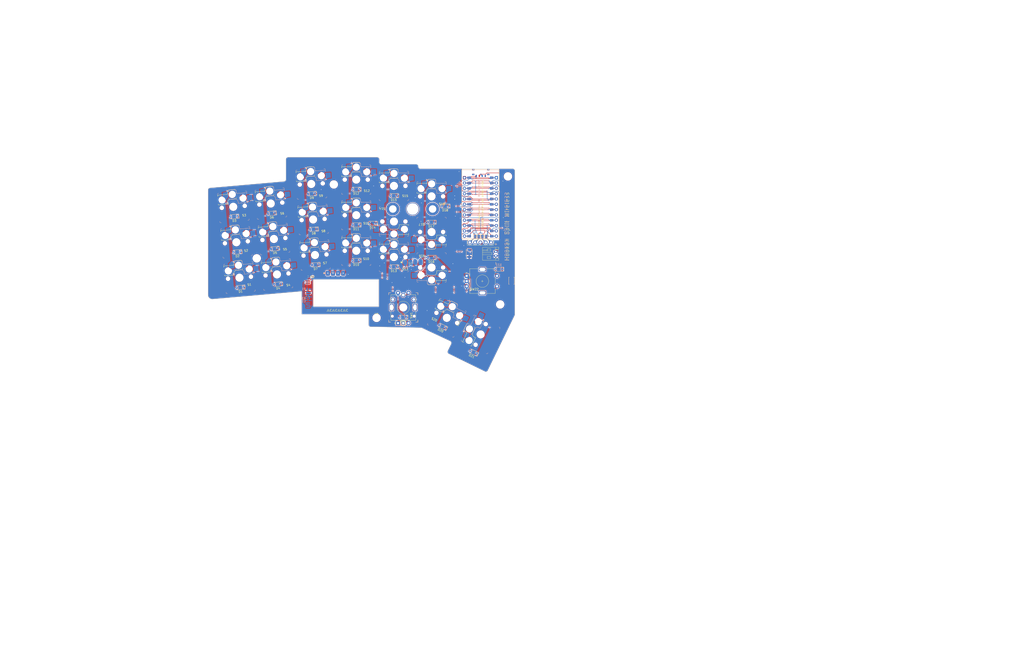
<source format=kicad_pcb>
(kicad_pcb (version 20240108) (generator "pcbnew") (generator_version "8.0")
  (title_block (title "Hookah Wireless Split") (date "2022-11-03") (rev "1"))
  (layers (0 "F.Cu" signal) (31 "B.Cu" signal) (34 "B.Paste" user) (35 "F.Paste" user) (36 "B.SilkS" user "B.Silkscreen") (37 "F.SilkS" user "F.Silkscreen") (38 "B.Mask" user) (39 "F.Mask" user) (44 "Edge.Cuts" user))
  (net 0 "")
  (net 1 "VBAT")
  (net 2 "BAT+")
  (net 3 "Net-(D1-A)")
  (net 4 "R1")
  (net 5 "Net-(D2-A)")
  (net 6 "Net-(D3-A)")
  (net 7 "Net-(D4-A)")
  (net 8 "Net-(D5-A)")
  (net 9 "Net-(D6-A)")
  (net 10 "R2")
  (net 11 "Net-(D7-A)")
  (net 12 "Net-(D8-A)")
  (net 13 "Net-(D9-A)")
  (net 14 "Net-(D10-A)")
  (net 15 "Net-(D11-A)")
  (net 16 "R3")
  (net 17 "Net-(D12-A)")
  (net 18 "Net-(D13-A)")
  (net 19 "Net-(D14-A)")
  (net 20 "Net-(D15-A)")
  (net 21 "R4")
  (net 22 "Net-(D16-A)")
  (net 23 "Net-(D17-A)")
  (net 24 "Net-(D18-A)")
  (net 25 "Net-(D19-A)")
  (net 26 "/C1")
  (net 27 "/C2")
  (net 28 "/C3")
  (net 29 "/C4")
  (net 30 "/C5")
  (net 31 "DISP_MOSI{slash}CS")
  (net 32 "CS")
  (net 33 "MOSI")
  (net 34 "Net-(D20-A)")
  (net 35 "Net-(D22-A)")
  (net 36 "/ENC_A")
  (net 37 "DISP_SCK{slash}GND")
  (net 38 "Net-(D21-A)")
  (net 39 "/ENC_B")
  (net 40 "SCK")
  (net 41 "DISP_GND{slash}SCK")
  (net 42 "/C6")
  (net 43 "DISP_CS{slash}MOSI")
  (net 44 "VCC")
  (net 47 "GND")
  (net 48 "RESET")
  (net 49 "TP_DATA")
  (net 50 "TP_CLK")
  (net 51 "TP_PCB_RESET")
  (net 52 "Net-(J4-Pin_4)")
  (net 53 "Net-(J4-Pin_1)")
  (net 54 "Net-(J4-Pin_2)")
  (net 55 "Net-(J4-Pin_3)")
  (footprint "hookah-wl:Reversible-Jumper" (layer "F.Cu") (at 184.691 69.9232 90)
    (property "Reference" "JP2" (hide yes))
    (property "Value" "~" (hide yes))
  )
  (footprint "Resistor_SMD:R_0402_1005Metric_Pad0.72x0.64mm_HandSolder" (layer "F.Cu") (at 101.4098 89.0028)
    (property "Reference" "R2")
    (property "Value" "4.7k" (hide yes))
  )
  (footprint "hookah-wl:D_SOD-123_Reversible_THT" (layer "F.Cu") (at 142.340197 84.364247 180)
    (property "Reference" "D13")
    (property "Value" "1N4148W")
  )
  (footprint "keyswitches:wubbo-choc-socket-reversible" (layer "F.Cu") (at 142.402588 79.712665)
    (property "Reference" "S13")
    (property "Value" "SW_Push_45deg")
  )
  (footprint "hookah-wl:D_SOD-123_Reversible_THT" (layer "F.Cu") (at 124.340203 81.364252 180)
    (property "Reference" "D10")
    (property "Value" "1N4148W")
  )
  (footprint "keyswitches:wubbo-choc-socket-reversible" (layer "F.Cu") (at 142.402588 62.712667 180)
    (property "Reference" "S14")
    (property "Value" "SW_Push_45deg")
  )
  (footprint "keyswitches:wubbo-choc-socket-reversible" (layer "F.Cu") (at 183.843506 116.666674 64)
    (property "Reference" "S21")
    (property "Value" "SW_Push_45deg")
  )
  (footprint "hookah-wl:D_SOD-123_Reversible_THT" (layer "F.Cu") (at 83.900689 58.784384 -175)
    (property "Reference" "D6")
    (property "Value" "1N4148W")
  )
  (footprint "hookah-wl:D_SOD-123_Reversible_THT" (layer "F.Cu") (at 165.570393 112.929821 154)
    (property "Reference" "D20")
    (property "Value" "1N4148W")
  )
  (footprint "keyswitches:wubbo-choc-socket-reversible" (layer "F.Cu") (at 103.79235 61.770848 3)
    (property "Reference" "S8")
    (property "Value" "SW_Push_45deg")
  )
  (footprint "Keebio-Parts:RotaryEncoder_Alps_EC11E-Switch_Vertical_H20mm" (layer "F.Cu") (at 184.671 91.2126)
    (property "Reference" "SW22")
    (property "Value" "RotaryEncoder_Switch")
  )
  (footprint "keyswitches:wubbo-choc-socket-reversible" (layer "F.Cu") (at 68.58922 89.584486 5)
    (property "Reference" "S1")
    (property "Value" "SW_Push_45deg")
  )
  (footprint "hookah-wl:D_SOD-123_Reversible_THT" (layer "F.Cu") (at 68.93248 94.223807 -175)
    (property "Reference" "D1")
    (property "Value" "1N4148W")
  )
  (footprint "keyswitches:wubbo-choc-socket-reversible" (layer "F.Cu") (at 102.90264 44.794145 3)
    (property "Reference" "S9")
    (property "Value" "SW_Push_45deg")
  )
  (footprint "TOTEMlib:M2-sandwich-hole" (layer "F.Cu") (at 113.677888 45.009657)
    (property "Reference" "H4")
    (property "Value" "MountingHole")
  )
  (footprint "hookah-wl:D_SOD-123_Reversible_THT" (layer "F.Cu") (at 166.8656 55.3732 180)
    (property "Reference" "D18")
    (property "Value" "1N4148W")
  )
  (footprint "hookah-wl:D_SOD-123_Reversible_THT" (layer "F.Cu") (at 85.382336 75.719694 -175)
    (property "Reference" "D5")
    (property "Value" "1N4148W")
  )
  (footprint "TOTEMlib:M2-sandwich-hole" (layer "F.Cu") (at 193.18 102.3378)
    (property "Reference" "H1")
    (property "Value" "MountingHole")
  )
  (footprint "keyswitches:wubbo-choc-socket-reversible" (layer "F.Cu") (at 67.107571 72.649178 5)
    (property "Reference" "S2")
    (property "Value" "SW_Push_45deg")
  )
  (footprint "hookah-wl:Reversible-Jumper" (layer "F.Cu") (at 181.1912 69.9274 90)
    (property "Reference" "JP4" (hide yes))
    (property "Value" "~")
  )
  (footprint "hookah-wl:Nice!View" (layer "F.Cu") (at 183.7312 56.2314)
    (property "Reference" "Nice!View1" (hide yes))
    (property "Value" "~" (hide yes))
  )
  (footprint "keyboard-reversible:ProMicro_unrouted_MAC8" (layer "F.Cu") (at 183.743788 55.766555 -90)
    (property "Reference" "U1" (hide yes))
    (property "Value" "nice_nano" (hide yes))
  )
  (footprint "hookah-wl:Trackpoint_PCB_Connector" (layer "F.Cu") (at 101.4172 93.6546 -90)
    (property "Reference" "J2" (hide yes))
    (property "Value" "Conn_01x12_Socket" (hide yes))
  )
  (footprint "Keebio-Parts:RotaryEncoder_Alps_EC11E-Switch_Vertical_H20mm" (layer "F.Cu") (at 146.873047 103.78755 90)
    (property "Reference" "SW1")
    (property "Value" "RotaryEncoder_Switch")
  )
  (footprint "kleeb-master-switches:switch-MSK-12C02-smd" (layer "F.Cu") (at 183.906801 37.741801 -90)
    (property "Reference" "PSW1")
    (property "Value" "SW_Push_SPDT")
  )
  (footprint "keyswitches:wubbo-choc-socket-reversible" (layer "F.Cu") (at 124.402593 76.712666)
    (property "Reference" "S10")
    (property "Value" "SW_Push_45deg")
  )
  (footprint "TOTEMlib:M2-sandwich-hole" (layer "F.Cu") (at 76.848 80.316)
    (property "Reference" "H2")
    (property "Value" "MountingHole")
  )
  (footprint "keyswitches:wubbo-choc-socket-reversible" (layer "F.Cu") (at 104.682065 78.74755 3)
    (property "Reference" "S7")
    (property "Value" "SW_Push_45deg")
  )
  (footprint "keyswitches:wubbo-choc-socket-reversible" (layer "F.Cu") (at 83.557427 54.145063 5)
    (property "Reference" "S6")
    (property "Value" "SW_Push_45deg")
  )
  (footprint "TOTEMlib:M2-sandwich-hole" (layer "F.Cu") (at 134.0996 108.764)
    (property "Reference" "H6")
    (property "Value" "MountingHole")
  )
  (footprint "hookah-wl:D_SOD-123_Reversible_THT" (layer "F.Cu") (at 124.340202 64.364252 180)
    (property "Reference" "D11")
    (property "Value" "1N4148W")
  )
  (footprint "keyswitches:wubbo-choc-socket-reversible" (layer "F.Cu") (at 124.40259 42.712668)
    (property "Reference" "S12")
    (property "Value" "SW_Push_45deg")
  )
  (footprint "hookah-wl:Reversible-Jumper" (layer "F.Cu") (at 182.9384 69.9232 90)
    (property "Reference" "JP3" (hide yes))
    (property "Value" "~")
  )
  (footprint "hookah-wl:D_SOD-123_Reversible_THT" (layer "F.Cu") (at 67.450832 77.288498 -175)
    (property "Reference" "D2")
    (property "Value" "1N4148W")
  )
  (footprint "hookah-wl:D_SOD-123_Reversible_THT" (layer "F.Cu") (at 160.3124 79.935 180)
    (property "Reference" "D16")
    (property "Value" "1N4148W")
  )
  (footprint "keyswitches:wubbo-choc-socket-reversible" (layer "F.Cu") (at 167.665589 108.776356 -26)
    (property "Reference" "S20")
    (property "Value" "SW_Push_45deg")
  )
  (footprint "keyswitches:wubbo-choc-socket-reversible" (layer "F.Cu") (at 85.039078 71.080373 5)
    (property "Reference" "S5")
    (property "Value" "SW_Push_45deg")
  )
  (footprint "keyswitches:wubbo-choc-socket-reversible" (layer "F.Cu") (at 124.402589 59.712669)
    (property "Reference" "S11")
    (property "Value" "SW_Push_45deg")
  )
  (footprint "hookah-wl:D_SOD-123_Reversible_THT" (layer "F.Cu") (at 104.863203 83.396024 -177)
    (property "Reference" "D7")
    (property "Value" "1N4148W")
  )
  (footprint "keyswitches:wubbo-choc-socket-reversible" (layer "F.Cu") (at 86.520722 88.015684 5)
    (property "Reference" "S4")
    (property "Value" "SW_Push_45deg")
  )
  (footprint "hookah-wl:Reversible-Jumper" (layer "F.Cu") (at 186.469 69.9232 90)
    (property "Reference" "JP1" (hide yes))
    (property "Value" "~")
  )
  (footprint "hookah-wl:D_SOD-123_Reversible_THT" (layer "F.Cu") (at 146.729488 108.437334 179)
    (property "Reference" "D19")
    (property "Value" "1N4148W")
  )
  (footprint "hookah-wl:D_SOD-123_Reversible_THT" (layer "F.Cu") (at 160.2616 63.0694 180)
    (property "Reference" "D17")
    (property "Value" "1N4148W")
  )
  (footprint "keyswitches:wubbo-choc-socket-reversible" (layer "F.Cu") (at 65.625925 55.713868 5)
    (property "Reference" "S3")
    (property "Value" "SW_Push_45deg")
  )
  (footprint "hookah-wl:D_SOD-123_Reversible_THT" (layer "F.Cu") (at 132.1956 63.6028 180)
    (property "Reference" "D14")
    (property "Value" "1N4148W")
  )
  (footprint "hookah-wl:D_SOD-123_Reversible_THT" (layer "F.Cu") (at 180.423757 125.254202 154)
    (property "Reference" "D21")
    (property "Value" "1N4148W")
  )
  (footprint "Button_Switch_SMD:SW_SPST_B3U-1000P" (layer "F.Cu") (at 178.399 77.926599 -90)
    (property "Reference" "RSW1" (hide yes))
    (property "Value" "SW_Push" (hide yes))
  )
  (footprint "Connector_JST:JST_PH_S2B-PH-K_1x02_P2.00mm_Horizontal" (layer "F.Cu") (at 191.0972 77.127956 -90)
    (property "Reference" "J1" (hide yes))
    (property "Value" "Conn_01x02_Socket" (hide yes))
  )
  (footprint "keyswitches:wubbo-choc-socket-reversible" (layer "F.Cu") (at 160.402594 67.712669 180)
    (property "Reference" "S17")
    (property "Value" "SW_Push_45deg")
  )
  (footprint "keyswitches:wubbo-choc-socket-reversible" (layer "F.Cu") (at 160.402591 84.712669 180)
    (property "Reference" "S16")
    (property "Value" "SW_Push_45deg")
  )
  (footprint "Button_Switch_SMD:SW_SPST_B3U-1000P" (layer "F.Cu") (at 198.6156 91.0348 -90)
    (property "Reference" "RSW1" (hide yes))
    (property "Value" "SW_Push" (hide yes))
  )
  (footprint "hookah-wl:trackpoint_mount_t430" (layer "F.Cu") (at 151.3716 56.7448)
    (property "Reference" "U2" (hide yes))
    (property "Value" "~" (hide yes))
  )
  (footprint "keyswitches:wubbo-choc-socket-reversible" (layer "F.Cu") (at 160.40259 50.712668)
    (property "Reference" "S18")
    (property "Value" "SW_Push_45deg")
  )
  (footprint "keyswitches:wubbo-choc-socket-reversible" (layer "F.Cu") (at 142.40259 45.712668)
    (property "Reference" "S15")
    (property "Value" "SW_Push_45deg")
  )
  (footprint "hookah-wl:D_SOD-123_Reversible_THT" (layer "F.Cu") (at 142.340199 50.36425 180)
    (property "Reference" "D15")
    (property "Value" "1N4148W")
  )
  (footprint "TOTEMlib:M2-sandwich-hole" (layer "F.Cu") (at 196.8884 41.1746)
    (property "Reference" "H5")
    (property "Value" "MountingHole")
  )
  (footprint "hookah-wl:Trackpoint_Connector_Reversible" (layer "F.Cu") (at 151.397 82.2718 90)
    (property "Reference" "J5")
    (property "Value" "Conn_01x04")
  )
  (footprint "hookah-wl:D_SOD-123_Reversible_THT" (layer "F.Cu") (at 65.969183 60.353188 -175)
    (property "Reference" "D3")
    (property "Value" "1N4148W")
  )
  (footprint "hookah-wl:D_SOD-123_Reversible_THT" (layer "F.Cu") (at 103.973491 66.419322 -177)
    (property "Reference" "D8")
    (property "Value" "1N4148W")
  )
  (footprint "hookah-wl:D_SOD-123_Reversible_THT" (layer "F.Cu") (at 124.340201 47.364251 180)
    (property "Reference" "D12")
    (property "Value" "1N4148W")
  )
  (footprint "keyswitches:SW_PG1350_reversible" (layer "F.Cu") (at 146.873047 103.78755 180)
    (property "Reference" "S19")
    (property "Value" "SW_Push_45deg")
  )
  (footprint "hookah-wl:D_SOD-123_Reversible_THT" (layer "F.Cu") (at 103.083782 49.442618 -177)
    (property "Reference" "D9")
    (property "Value" "1N4148W")
  )
  (footprint "hookah-wl:D_SOD-123_Reversible_THT" (layer "F.Cu") (at 86.863984 92.655004 -175)
    (property "Reference" "D4")
    (property "Value" "1N4148W")
  )
  (footprint "Button_Switch_SMD:SW_SPST_B3U-1000P" (layer "B.Cu") (at 178.399 77.926599 90)
    (property "Reference" "RSW2" (hide yes))
    (property "Value" "SW_Push" (hide yes))
  )
  (footprint "hookah-wl:TP_Conn_Sensor2PCB" (layer "B.Cu") (at 114.4922 87.3546 -90)
    (property "Reference" "J4")
    (property "Value" "Conn_01x04")
  )
  (footprint "kleeb-master-switches:switch-MSK-12C02-smd" (layer "B.Cu") (at 183.909401 37.7382 -90)
    (property "Reference" "PSW2")
    (property "Value" "SW_Push_SPDT")
  )
  (footprint "Capacitor_SMD:C_0402_1005Metric_Pad0.74x0.62mm_HandSolder" (layer "B.Cu") (at 101.359 100.509 180)
    (property "Reference" "C1")
    (property "Value" "2.2uF" (hide yes))
  )
  (footprint "hookah-wl:Trackpoint_PCB_Connector" (layer "B.Cu") (at 101.4172 100.1546 90)
    (property "Reference" "J6" (hide yes))
    (property "Value" "Conn_01x12_Socket")
  )
  (footprint "Resistor_SMD:R_0402_1005Metric_Pad0.72x0.64mm_HandSolder" (layer "B.Cu") (at 101.486 94.9972)
    (property "Reference" "R1")
    (property "Value" "4.7k" (hide yes))
  )
  (footprint "Resistor_SMD:R_0402_1005Metric_Pad0.72x0.64mm_HandSolder" (layer "B.Cu") (at 101.3457 99.5692 180)
    (property "Reference" "R3")
    (property "Value" "100k" (hide yes))
  )
  (footprint "Button_Switch_SMD:SW_SPST_B3U-1000P" (layer "B.Cu") (at 198.6156 91.0348 90)
    (property "Reference" "RSW2" (hide yes))
    (property "Value" "SW_Push" (hide yes))
  )
  (footprint "hookah-wl:D_SOD-123_Reversible_THT" (layer "B.Cu") (at 192.4942 85.523 180)
    (property "Reference" "D22")
    (property "Value" "1N4148W")
  )
  (gr_line (start 90.821973 42.600451) (end 90.821972 33.042954) (stroke (width 0.15)) (layer "Edge.Cuts"))
  (gr_arc (start 168.612505 125.903418) (mid 168.106818 125.330144) (end 168.15384 124.567155) (stroke (width 0.15)) (layer "Edge.Cuts"))
  (gr_line (start 169.309669 119.877581) (end 155.736948 113.537382) (stroke (width 0.15)) (layer "Edge.Cuts"))
  (gr_arc (start 155.343307 113.443843) (mid 155.544906 113.4705) (end 155.736948 113.537382) (stroke (width 0.15)) (layer "Edge.Cuts"))
  (gr_arc (start 134.407588 32.042955) (mid 135.114718 32.335841) (end 135.407588 33.042955) (stroke (width 0.15)) (layer "Edge.Cuts"))
  (gr_line (start 200.15431 38.529357) (end 200.15431 107.143914) (stroke (width 0.15)) (layer "Edge.Cuts"))
  (gr_arc (start 55.763513 99.77308) (mid 54.237846 99.255364) (end 53.588923 97.780715) (stroke (width 0.15)) (layer "Edge.Cuts"))
  (gr_line (start 154.051188 36.395755) (end 154.051188 36.529358) (stroke (width 0.15)) (layer "Edge.Cuts"))
  (gr_line (start 135.2172 90.4046) (end 135.2172 103.4046) (stroke (width 0.15)) (layer "Edge.Cuts"))
  (gr_arc (start 90.821973 42.600451) (mid 90.55925 43.276041) (end 89.909129 43.596646) (stroke (width 0.15)) (layer "Edge.Cuts"))
  (gr_line (start 54.497917 46.694727) (end 89.909129 43.596646) (stroke (width 0.15)) (layer "Edge.Cuts"))
  (gr_line (start 200.053104 107.582285) (end 187.214276 133.905782) (stroke (width 0.15)) (layer "Edge.Cuts"))
  (gr_arc (start 169.309669 119.877581) (mid 169.829188 120.450097) (end 169.785251 121.221941) (stroke (width 0.15)) (layer "Edge.Cuts"))
  (gr_line (start 55.763513 99.77308) (end 98.345582 96.04163) (stroke (width 0.15)) (layer "Edge.Cuts"))
  (gr_line (start 136.407588 35.395755) (end 153.051188 35.395756) (stroke (width 0.15)) (layer "Edge.Cuts"))
  (gr_line (start 53.588923 97.780715) (end 53.588923 47.778596) (stroke (width 0.15)) (layer "Edge.Cuts"))
  (gr_arc (start 136.407588 35.395755) (mid 135.700481 35.102862) (end 135.407588 34.395755) (stroke (width 0.15)) (layer "Edge.Cuts"))
  (gr_line (start 185.875336 134.365337) (end 168.612505 125.903418) (stroke (width 0.15)) (layer "Edge.Cuts"))
  (gr_arc (start 199.15431 37.529357) (mid 199.861426 37.822251) (end 200.15431 38.529357) (stroke (width 0.15)) (layer "Edge.Cuts"))
  (gr_line (start 130.315 107.002455) (end 98.345582 107.002498) (stroke (width 0.15)) (layer "Edge.Cuts"))
  (gr_line (start 103.8172 90.4046) (end 103.8172 103.4046) (stroke (width 0.15)) (layer "Edge.Cuts"))
  (gr_line (start 103.8172 90.4046) (end 135.2172 90.4046) (stroke (width 0.15)) (layer "Edge.Cuts"))
  (gr_arc (start 153.051188 35.395756) (mid 153.758318 35.688642) (end 154.051188 36.395755) (stroke (width 0.15)) (layer "Edge.Cuts"))
  (gr_arc (start 90.821972 33.042954) (mid 91.114865 32.335847) (end 91.821972 32.042954) (stroke (width 0.15)) (layer "Edge.Cuts"))
  (gr_arc (start 131.285412 113.002017) (mid 130.597508 112.69902) (end 130.315 112.002455) (stroke (width 0.15)) (layer "Edge.Cuts"))
  (gr_line (start 155.051188 37.529357) (end 199.15431 37.529357) (stroke (width 0.15)) (layer "Edge.Cuts"))
  (gr_line (start 130.315 112.002455) (end 130.315 107.002455) (stroke (width 0.15)) (layer "Edge.Cuts"))
  (gr_arc (start 200.15431 107.143914) (mid 200.12868 107.368865) (end 200.053104 107.582285) (stroke (width 0.15)) (layer "Edge.Cuts"))
  (gr_line (start 155.343307 113.443843) (end 131.285412 113.002017) (stroke (width 0.15)) (layer "Edge.Cuts"))
  (gr_arc (start 155.051188 37.529357) (mid 154.344105 37.236457) (end 154.051188 36.529358) (stroke (width 0.15)) (layer "Edge.Cuts"))
  (gr_line (start 103.8172 103.4046) (end 135.2172 103.4046) (stroke (width 0.15)) (layer "Edge.Cuts"))
  (gr_line (start 98.345582 107.002498) (end 98.345582 96.04163) (stroke (width 0.15)) (layer "Edge.Cuts"))
  (gr_line (start 135.407588 33.042955) (end 135.407588 34.395755) (stroke (width 0.15)) (layer "Edge.Cuts"))
  (gr_line (start 168.15384 124.567155) (end 169.785251 121.221941) (stroke (width 0.15)) (layer "Edge.Cuts"))
  (gr_line (start 91.821972 32.042954) (end 134.407588 32.042955) (stroke (width 0.15)) (layer "Edge.Cuts"))
  (gr_arc (start 53.588923 47.778596) (mid 53.81885 47.048311) (end 54.497917 46.694727) (stroke (width 0.15)) (layer "Edge.Cuts"))
  (gr_arc (start 187.214276 133.905782) (mid 186.640116 134.413251) (end 185.875336 134.365337) (stroke (width 0.15)) (layer "Edge.Cuts"))
  (gr_text "Hookah Split Wireless" (at 196.2788 65.203 -90) (layer "B.SilkS") (effects (font (size 2 2) (thickness 0.15) (italic yes)) (justify mirror)))
  (gr_text "MCU Face up.\nSolder jumpers on other side." (at 182.562687 65.761456 -90) (layer "B.SilkS") (effects (font (size 1 1)) (justify left bottom mirror)))
  (gr_text "MCU Face up.\nSolder jumpers on other side." (at 185.280487 65.913857 90) (layer "F.SilkS") (effects (font (size 1 1)) (justify left bottom)))
  (gr_text "Hookah Split Wireless" (at 196.482 65.1776 90) (layer "F.SilkS") (effects (font (size 2 2) (thickness 0.15) (italic yes))))
  (gr_text "JLCJLCJLCJLC" (at 110.0966 105.7922 0) (layer "F.SilkS") (effects (font (size 1 1)) (justify left bottom)))
  (segment (start 183.8328 40.0824) (end 183.157687 40.757513) (width 0.2) (layer "F.Cu") (net 1))
  (segment (start 191.0972 77.127956) (end 193.6118 74.613356) (width 0.2) (layer "F.Cu") (net 1))
  (segment (start 192.5958 39.4982) (end 186.83 39.4982) (width 0.2) (layer "F.Cu") (net 1))
  (segment (start 186.2458 40.0824) (end 183.8328 40.0824) (width 0.2) (layer "F.Cu") (net 1))
  (segment (start 193.6118 40.5142) (end 192.5958 39.4982) (width 0.2) (layer "F.Cu") (net 1))
  (segment (start 186.83 39.4982) (end 186.2458 40.0824) (width 0.2) (layer "F.Cu") (net 1))
  (segment (start 193.6118 74.613356) (end 193.6118 40.5142) (width 0.2) (layer "F.Cu") (net 1))
  (via (at 183.8328 40.0824) (size 0.45) (drill 0.3) (layers "F.Cu" "B.Cu") (net 1))
  (segment (start 183.8328 40.0824) (end 184.560288 40.809888) (width 0.2) (layer "B.Cu") (net 1))
  (segment (start 187.833187 41.8604) (end 181.660287 41.8604) (width 0.2) (layer "F.Cu") (net 2))
  (segment (start 178.917788 41.796555) (end 179.493485 41.220858) (width 0.2) (layer "F.Cu") (net 2))
  (segment (start 179.493485 41.220858) (end 181.657687 41.220858) (width 0.2) (layer "F.Cu") (net 2))
  (segment (start 181.660287 41.8604) (end 178.981634 41.8604) (width 0.2) (layer "F.Cu") (net 2))
  (via (at 181.660287 41.8604) (size 0.45) (drill 0.3) (layers "F.Cu" "B.Cu") (net 2))
  (via (at 187.833187 41.8604) (size 0.45) (drill 0.3) (layers "F.Cu" "B.Cu") (net 2))
  (segment (start 181.660287 41.8604) (end 181.660286 41.860399) (width 0.2) (layer "B.Cu") (net 2))
  (segment (start 187.833187 41.8604) (end 188.505944 41.8604) (width 0.2) (layer "B.Cu") (net 2))
  (segment (start 181.660286 41.860399) (end 181.660286 41.217256) (width 0.2) (layer "B.Cu") (net 2))
  (segment (start 62.023074 88.251692) (end 65.840872 87.917679) (width 0.2) (layer "F.Cu") (net 3))
  (segment (start 70.483601 87.069342) (end 71.226564 87.69276) (width 0.2) (layer "F.Cu") (net 3))
  (segment (start 66.262396 87.880801) (end 66.662796 87.403617) (width 0.2) (layer "F.Cu") (net 3))
  (segment (start 71.226564 87.69276) (end 75.047369 87.358483) (width 0.2) (layer "F.Cu") (net 3))
  (segment (start 75.347534 87.000761) (end 75.372837 86.998546) (width 0.2) (layer "F.Cu") (net 3))
  (segment (start 60.018876 86.569969) (end 62.023074 88.251692) (width 0.2) (layer "F.Cu") (net 3))
  (segment (start 75.047369 87.358483) (end 75.347534 87.000761) (width 0.2) (layer "F.Cu") (net 3))
  (segment (start 65.840872 87.917679) (end 66.262396 87.880801) (width 0.2) (layer "F.Cu") (net 3))
  (segment (start 66.662796 87.403617) (end 70.483601 87.069342) (width 0.2) (layer "F.Cu") (net 3))
  (via (at 75.372837 86.998546) (size 0.45) (drill 0.3) (layers "F.Cu" "B.Cu") (net 3))
  (via (at 65.840872 87.917679) (size 0.45) (drill 0.3) (layers "F.Cu" "B.Cu") (net 3))
  (segment (start 75.372837 86.998546) (end 75.331583 86.527034) (width 0.2) (layer "B.Cu") (net 3))
  (segment (start 67.135325 94.367614) (end 66.335163 93.567453) (width 0.2) (layer "B.Cu") (net 3))
  (segment (start 66.335163 93.567453) (end 65.840872 87.917679) (width 0.2) (layer "B.Cu") (net 3))
  (segment (start 75.331583 86.527034) (end 76.505898 85.127542) (width 0.2) (layer "B.Cu") (net 3))
  (segment (start 98.797188 84.671756) (end 105.148857 84.671756) (width 0.2) (layer "F.Cu") (net 4))
  (segment (start 70.576202 94.08) (end 71.475379 94.834504) (width 0.2) (layer "F.Cu") (net 4))
  (segment (start 188.569788 66.079188) (end 188.569788 67.196556) (width 0.2) (layer "F.Cu") (net 4))
  (segment (start 140.990202 81.364252) (end 143.990197 84.364247) (width 0.2) (layer "F.Cu") (net 4))
  (segment (start 88.507707 92.511197) (end 90.957748 92.511197) (width 0.2) (layer "F.Cu") (net 4))
  (segment (start 71.475379 94.834504) (end 87.753202 93.410377) (width 0.2) (layer "F.Cu") (net 4))
  (segment (start 174.84291 77.13929) (end 174.84291 68.96049) (width 0.2) (layer "F.Cu") (net 4))
  (segment (start 178.9052 66.1174) (end 179.3878 65.6348) (width 0.2) (layer "F.Cu") (net 4))
  (segment (start 125.990203 81.364252) (end 140.990202 81.364252) (width 0.2) (layer "F.Cu") (net 4))
  (segment (start 106.510945 83.309666) (end 124.044787 83.309668) (width 0.2) (layer "F.Cu") (net 4))
  (segment (start 169.6342 79.935) (end 161.9624 79.935) (width 0.2) (layer "F.Cu") (net 4))
  (segment (start 155.4356 86.3612) (end 161.7856 80.0112) (width 0.2) (layer "F.Cu") (net 4))
  (segment (start 188.1254 65.6348) (end 188.569788 66.079188) (width 0.2) (layer "F.Cu") (net 4))
  (segment (start 87.753202 93.410377) (end 88.507707 92.511197) (width 0.2) (layer "F.Cu") (net 4))
  (segment (start 105.148857 84.671756) (end 106.510945 83.309666) (width 0.2) (layer "F.Cu") (net 4))
  (segment (start 172.4536 77.1156) (end 169.6342 79.935) (width 0.2) (layer "F.Cu") (net 4))
  (segment (start 90.957748 92.511197) (end 98.797188 84.671756) (width 0.2) (layer "F.Cu") (net 4))
  (segment (start 174.84291 68.96049) (end 175.3238 68.4796) (width 0.2) (layer "F.Cu") (net 4))
  (segment (start 161.7856 80.0112) (end 161.7856 79.935) (width 0.2) (layer "F.Cu") (net 4))
  (segment (start 179.3878 65.6348) (end 188.1254 65.6348) (width 0.2) (layer "F.Cu") (net 4))
  (segment (start 124.044787 83.309668) (end 125.990202 81.364251) (width 0.2) (layer "F.Cu") (net 4))
  (segment (start 146.2154 86.3612) (end 155.4356 86.3612) (width 0.2) (layer "F.Cu") (net 4))
  (via (at 175.3238 68.4796) (size 0.45) (drill 0.3) (layers "F.Cu" "B.Cu") (net 4))
  (via (at 178.9052 66.1174) (size 0.45) (drill 0.3) (layers "F.Cu" "B.Cu") (net 4))
  (via (at 174.84291 77.13929) (size 0.45) (drill 0.3) (layers "F.Cu" "B.Cu") (net 4))
  (via (at 146.2154 86.3612) (size 0.45) (drill 0.3) (layers "F.Cu" "B.Cu") (net 4))
  (via (at 172.4536 77.1156) (size 0.45) (drill 0.3) (layers "F.Cu" "B.Cu") (net 4))
  (segment (start 144.218447 84.364247) (end 146.2154 86.3612) (width 0.2) (layer "B.Cu") (net 4))
  (segment (start 143.990197 84.364247) (end 144.218447 84.364247) (width 0.2) (layer "B.Cu") (net 4))
  (segment (start 175.3238 68.4796) (end 177.634743 68.4796) (width 0.2) (layer "B.Cu") (net 4))
  (segment (start 172.4536 77.1156) (end 174.81922 77.1156) (width 0.2) (layer "B.Cu") (net 4))
  (segment (start 174.81922 77.1156) (end 174.84291 77.13929) (width 0.2) (layer "B.Cu") (net 4))
  (segment (start 178.9052 67.15857) (end 178.9052 66.1174) (width 0.2) (layer "B.Cu") (net 4))
  (segment (start 177.634743 68.4796) (end 178.917788 67.196555) (width 0.2) (layer "B.Cu") (net 4))
  (segment (start 64.359224 70.982369) (end 64.780746 70.945489) (width 0.2) (layer "F.Cu") (net 5))
  (segment (start 73.865884 70.06545) (end 73.891187 70.063237) (width 0.2) (layer "F.Cu") (net 5))
  (segment (start 73.565719 70.423174) (end 73.865884 70.06545) (width 0.2) (layer "F.Cu") (net 5))
  (segment (start 65.181148 70.468311) (end 69.001952 70.134031) (width 0.2) (layer "F.Cu") (net 5))
  (segment (start 58.537227 69.634659) (end 60.541424 71.316381) (width 0.2) (layer "F.Cu") (net 5))
  (segment (start 60.541424 71.316381) (end 64.359224 70.982369) (width 0.2) (layer "F.Cu") (net 5))
  (segment (start 69.744915 70.757449) (end 73.565719 70.423174) (width 0.2) (layer "F.Cu") (net 5))
  (segment (start 64.780746 70.945489) (end 65.181148 70.468311) (width 0.2) (layer "F.Cu") (net 5))
  (segment (start 69.001952 70.134031) (end 69.744915 70.757449) (width 0.2) (layer "F.Cu") (net 5))
  (via (at 64.359224 70.982369) (size 0.45) (drill 0.3) (layers "F.Cu" "B.Cu") (net 5))
  (via (at 73.891187 70.063237) (size 0.45) (drill 0.3) (layers "F.Cu" "B.Cu") (net 5))
  (segment (start 64.853514 76.632142) (end 64.359224 70.982369) (width 0.2) (layer "B.Cu") (net 5))
  (segment (start 73.849935 69.591723) (end 75.024249 68.192233) (width 0.2) (layer "B.Cu") (net 5))
  (segment (start 73.891187 70.063237) (end 73.849935 69.591723) (width 0.2) (layer "B.Cu") (net 5))
  (segment (start 65.807111 77.432304) (end 64.853514 76.632142) (width 0.2) (layer "B.Cu") (net 5))
  (segment (start 62.877579 54.047059) (end 63.2991 54.010178) (width 0.2) (layer "F.Cu") (net 6))
  (segment (start 72.084076 53.487864) (end 72.384239 53.130141) (width 0.2) (layer "F.Cu") (net 6))
  (segment (start 68.263268 53.822138) (end 72.084076 53.487864) (width 0.2) (layer "F.Cu") (net 6))
  (segment (start 59.059781 54.381073) (end 62.877579 54.047059) (width 0.2) (layer "F.Cu") (net 6))
  (segment (start 63.2991 54.010178) (end 63.699502 53.533002) (width 0.2) (layer "F.Cu") (net 6))
  (segment (start 72.384239 53.130141) (end 72.409543 53.127927) (width 0.2) (layer "F.Cu") (net 6))
  (segment (start 63.699502 53.533002) (end 67.520306 53.19872) (width 0.2) (layer "F.Cu") (net 6))
  (segment (start 67.520306 53.19872) (end 68.263268 53.822138) (width 0.2) (layer "F.Cu") (net 6))
  (segment (start 57.05558 52.699352) (end 59.059781 54.381073) (width 0.2) (layer "F.Cu") (net 6))
  (via (at 72.409543 53.127927) (size 0.45) (drill 0.3) (layers "F.Cu" "B.Cu") (net 6))
  (via (at 62.877579 54.047059) (size 0.45) (drill 0.3) (layers "F.Cu" "B.Cu") (net 6))
  (segment (start 63.37187 59.696834) (end 62.877579 54.047059) (width 0.2) (layer "B.Cu") (net 6))
  (segment (start 72.409543 53.127927) (end 72.36829 52.656416) (width 0.2) (layer "B.Cu") (net 6))
  (segment (start 72.36829 52.656416) (end 73.542605 51.256923) (width 0.2) (layer "B.Cu") (net 6))
  (segment (start 64.325462 60.496995) (end 63.37187 59.696834) (width 0.2) (layer "B.Cu") (net 6))
  (segment (start 84.594302 85.834814) (end 88.415109 85.500539) (width 0.2) (layer "F.Cu") (net 7))
  (segment (start 93.279039 85.431956) (end 93.304343 85.429745) (width 0.2) (layer "F.Cu") (net 7))
  (segment (start 84.193901 86.311996) (end 84.594302 85.834814) (width 0.2) (layer "F.Cu") (net 7))
  (segment (start 79.954578 86.682889) (end 83.772377 86.348876) (width 0.2) (layer "F.Cu") (net 7))
  (segment (start 89.158067 86.123955) (end 92.978875 85.789681) (width 0.2) (layer "F.Cu") (net 7))
  (segment (start 88.415109 85.500539) (end 89.158067 86.123955) (width 0.2) (layer "F.Cu") (net 7))
  (segment (start 92.978875 85.789681) (end 93.279039 85.431956) (width 0.2) (layer "F.Cu") (net 7))
  (segment (start 77.950381 85.001168) (end 79.954578 86.682889) (width 0.2) (layer "F.Cu") (net 7))
  (segment (start 83.772377 86.348876) (end 84.193901 86.311996) (width 0.2) (layer "F.Cu") (net 7))
  (via (at 83.772377 86.348876) (size 0.45) (drill 0.3) (layers "F.Cu" "B.Cu") (net 7))
  (via (at 93.304343 85.429745) (size 0.45) (drill 0.3) (layers "F.Cu" "B.Cu") (net 7))
  (segment (start 85.460262 92.79881) (end 84.506668 91.998649) (width 0.2) (layer "B.Cu") (net 7))
  (segment (start 93.263089 84.958229) (end 94.437401 83.55874) (width 0.2) (layer "B.Cu") (net 7))
  (segment (start 84.506668 91.998649) (end 84.012375 86.348874) (width 0.2) (layer "B.Cu") (net 7))
  (segment (start 93.304343 85.429745) (end 93.263089 84.958229) (width 0.2) (layer "B.Cu") (net 7))
  (segment (start 91.797391 68.496648) (end 91.822695 68.494435) (width 0.2) (layer "F.Cu") (net 8))
  (segment (start 91.497226 68.854369) (end 91.797391 68.496648) (width 0.2) (layer "F.Cu") (net 8))
  (segment (start 82.712251 69.376687) (end 83.112653 68.899505) (width 0.2) (layer "F.Cu") (net 8))
  (segment (start 78.472933 69.74758) (end 82.290729 69.413565) (width 0.2) (layer "F.Cu") (net 8))
  (segment (start 87.676421 69.188648) (end 91.497226 68.854369) (width 0.2) (layer "F.Cu") (net 8))
  (segment (start 76.468734 68.065858) (end 78.472933 69.74758) (width 0.2) (layer "F.Cu") (net 8))
  (segment (start 86.93346 68.565227) (end 87.676421 69.188648) (width 0.2) (layer "F.Cu") (net 8))
  (segment (start 83.112653 68.899505) (end 86.93346 68.565227) (width 0.2) (layer "F.Cu") (net 8))
  (segment (start 82.290729 69.413565) (end 82.712251 69.376687) (width 0.2) (layer "F.Cu") (net 8))
  (via (at 82.290729 69.413565) (size 0.45) (drill 0.3) (layers "F.Cu" "B.Cu") (net 8))
  (via (at 91.822695 68.494435) (size 0.45) (drill 0.3) (layers "F.Cu" "B.Cu") (net 8))
  (segment (start 82.785022 75.063338) (end 82.290729 69.413565) (width 0.2) (layer "B.Cu") (net 8))
  (segment (start 83.738617 75.8635) (end 82.785022 75.063338) (width 0.2) (layer "B.Cu") (net 8))
  (segment (start 91.822695 68.494435) (end 91.781441 68.022921) (width 0.2) (layer "B.Cu") (net 8))
  (segment (start 91.781441 68.022921) (end 92.955756 66.623428) (width 0.2) (layer "B.Cu") (net 8))
  (segment (start 81.230603 52.441378) (end 81.631005 51.964196) (width 0.2) (layer "F.Cu") (net 9))
  (segment (start 74.987083 51.130549) (end 76.991282 52.81227) (width 0.2) (layer "F.Cu") (net 9))
  (segment (start 85.451808 51.62992) (end 86.194772 52.253337) (width 0.2) (layer "F.Cu") (net 9))
  (segment (start 81.631005 51.964196) (end 85.451808 51.62992) (width 0.2) (layer "F.Cu") (net 9))
  (segment (start 86.194772 52.253337) (end 90.015577 51.919059) (width 0.2) (layer "F.Cu") (net 9))
  (segment (start 76.991282 52.81227) (end 80.809082 52.478255) (width 0.2) (layer "F.Cu") (net 9))
  (segment (start 80.809082 52.478255) (end 81.230603 52.441378) (width 0.2) (layer "F.Cu") (net 9))
  (segment (start 90.315744 51.561338) (end 90.341044 51.559125) (width 0.2) (layer "F.Cu") (net 9))
  (segment (start 90.015577 51.919059) (end 90.315744 51.561338) (width 0.2) (layer "F.Cu") (net 9))
  (via (at 90.341044 51.559125) (size 0.45) (drill 0.3) (layers "F.Cu" "B.Cu") (net 9))
  (via (at 80.809082 52.478255) (size 0.45) (drill 0.3) (layers "F.Cu" "B.Cu") (net 9))
  (segment (start 82.256967 58.928191) (end 81.30337 58.128031) (width 0.2) (layer "B.Cu") (net 9))
  (segment (start 90.299793 51.087612) (end 91.474105 49.688119) (width 0.2) (layer "B.Cu") (net 9))
  (segment (start 81.30337 58.128031) (end 80.809082 52.478255) (width 0.2) (layer "B.Cu") (net 9))
  (segment (start 90.341044 51.559125) (end 90.299793 51.087612) (width 0.2) (layer "B.Cu") (net 9))
  (segment (start 70.223131 78.091679) (end 86.079067 76.704466) (width 0.2) (layer "F.Cu") (net 10))
  (segment (start 179.831955 57.036555) (end 179.845 57.0496) (width 0.2) (layer "F.Cu") (net 10))
  (segment (start 125.990202 64.364252) (end 127.581654 62.7728) (width 0.2) (layer "F.Cu") (net 10))
  (segment (start 86.079067 76.704466) (end 87.026059 75.575885) (width 0.2) (layer "F.Cu") (net 10))
  (segment (start 97.908188 72.581355) (end 104.156579 66.332963) (width 0.2) (layer "F.Cu") (net 10))
  (segment (start 87.026057 75.575888) (end 90.020588 72.581357) (width 0.2) (layer "F.Cu") (net 10))
  (segment (start 69.094552 77.144691) (end 70.223131 78.091679) (width 0.2) (layer "F.Cu") (net 10))
  (segment (start 159.490367 60.648167) (end 136.800233 60.648167) (width 0.2) (layer "F.Cu") (net 10))
  (segment (start 127.581654 62.7728) (end 133.0156 62.7728) (width 0.2) (layer "F.Cu") (net 10))
  (segment (start 178.917788 57.036555) (end 179.831955 57.036555) (width 0.2) (layer "F.Cu") (net 10))
  (segment (start 133.0156 62.7728) (end 133.8456 63.6028) (width 0.2) (layer "F.Cu") (net 10))
  (segment (start 124.021489 66.332965) (end 125.990202 64.364251) (width 0.2) (layer "F.Cu") (net 10))
  (segment (start 104.156579 66.332963) (end 105.62123 66.332966) (width 0.2) (layer "F.Cu") (net 10))
  (segment (start 136.800233 60.648167) (end 133.8456 63.6028) (width 0.2) (layer "F.Cu") (net 10))
  (segment (start 161.9116 63.0694) (end 159.490367 60.648167) (width 0.2) (layer "F.Cu") (net 10))
  (segment (start 90.020588 72.581357) (end 97.908188 72.581355) (width 0.2) (layer "F.Cu") (net 10))
  (segment (start 161.9116 63.0694) (end 166.8138 58.1672) (width 0.2) (layer "F.Cu") (net 10))
  (segment (start 105.62123 66.332966) (end 124.021489 66.332965) (width 0.2) (layer "F.Cu") (net 10))
  (segment (start 166.8138 58.1672) (end 172.3774 58.1672) (width 0.2) (layer "F.Cu") (net 10))
  (segment (start 179.845 57.0496) (end 187.6936 57.0496) (width 0.2) (layer "F.Cu") (net 10))
  (via (at 179.845 57.0496) (size 0.45) (drill 0.3) (layers "F.Cu" "B.Cu") (net 10))
  (via (at 172.3774 58.1672) (size 0.45) (drill 0.3) (layers "F.Cu" "B.Cu") (net 10))
  (via (at 187.6936 57.0496) (size 0.45) (drill 0.3) (layers "F.Cu" "B.Cu") (net 10))
  (segment (start 172.3774 58.1672) (end 179.1846 58.1672) (width 0.2) (layer "B.Cu") (net 10))
  (segment (start 187.6936 57.0496) (end 188.556743 57.0496) (width 0.2) (layer "B.Cu") (net 10))
  (segment (start 179.1846 58.1672) (end 179.845 57.5068) (width 0.2) (layer "B.Cu") (net 10))
  (segment (start 179.845 57.5068) (end 179.845 57.0496) (width 0.2) (layer "B.Cu") (net 10))
  (segment (start 97.900746 77.11437) (end 101.865032 77.11437) (width 0.2) (layer "F.Cu") (net 11))
  (segment (start 107.383819 76.949018) (end 111.213963 76.748288) (width 0.2) (layer "F.Cu") (net 11))
  (segment (start 96.222145 75.435768) (end 97.900746 77.11437) (width 0.2) (layer "F.Cu") (net 11))
  (segment (start 102.416112 76.963696) (end 102.832924 76.50078) (width 0.2) (layer "F.Cu") (net 11))
  (segment (start 101.99356 76.985841) (end 102.416112 76.963696) (width 0.2) (layer "F.Cu") (net 11))
  (segment (start 101.865032 77.11437) (end 101.99356 76.985841) (width 0.2) (layer "F.Cu") (net 11))
  (segment (start 106.663066 76.300051) (end 107.383819 76.949018) (width 0.2) (layer "F.Cu") (net 11))
  (segment (start 102.832924 76.50078) (end 106.663066 76.300051) (width 0.2) (layer "F.Cu") (net 11))
  (segment (start 111.213963 76.748288) (end 111.526429 76.401258) (width 0.2) (layer "F.Cu") (net 11))
  (segment (start 111.526429 76.401258) (end 111.551795 76.399931) (width 0.2) (layer "F.Cu") (net 11))
  (via (at 101.99356 76.985841) (size 0.45) (drill 0.3) (layers "F.Cu" "B.Cu") (net 11))
  (via (at 111.551795 76.399931) (size 0.45) (drill 0.3) (layers "F.Cu" "B.Cu") (net 11))
  (segment (start 111.527024 75.927266) (end 112.749464 74.569609) (width 0.2) (layer "B.Cu") (net 11))
  (segment (start 103.215464 83.482379) (end 102.290377 82.649426) (width 0.2) (layer "B.Cu") (net 11))
  (segment (start 111.551795 76.399931) (end 111.527024 75.927266) (width 0.2) (layer "B.Cu") (net 11))
  (segment (start 102.290377 82.649426) (end 101.99356 76.985841) (width 0.2) (layer "B.Cu") (net 11))
  (segment (start 100.903276 60.209713) (end 101.103848 60.009139) (width 0.2) (layer "F.Cu") (net 12))
  (segment (start 105.773358 59.323349) (end 106.494109 59.972315) (width 0.2) (layer "F.Cu") (net 12))
  (segment (start 106.494109 59.972315) (end 110.324256 59.771587) (width 0.2) (layer "F.Cu") (net 12))
  (segment (start 110.636718 59.42456) (end 110.662083 59.423229) (width 0.2) (layer "F.Cu") (net 12))
  (segment (start 95.332432 58.459067) (end 97.276719 60.20971) (width 0.2) (layer "F.Cu") (net 12))
  (segment (start 101.943212 59.524076) (end 105.773358 59.323349) (width 0.2) (layer "F.Cu") (net 12))
  (segment (start 97.276719 60.20971) (end 100.903276 60.209713) (width 0.2) (layer "F.Cu") (net 12))
  (segment (start 110.324256 59.771587) (end 110.636718 59.42456) (width 0.2) (layer "F.Cu") (net 12))
  (segment (start 101.103848 60.009139) (end 101.526401 59.986994) (width 0.2) (layer "F.Cu") (net 12))
  (segment (start 101.526401 59.986994) (end 101.943212 59.524076) (width 0.2) (layer "F.Cu") (net 12))
  (via (at 110.662083 59.423229) (size 0.45) (drill 0.3) (layers "F.Cu" "B.Cu") (net 12))
  (via (at 101.103848 60.009139) (size 0.45) (drill 0.3) (layers "F.Cu" "B.Cu") (net 12))
  (segment (start 102.325754 66.505676) (end 101.400666 65.672723) (width 0.2) (layer "B.Cu") (net 12))
  (segment (start 110.637312 58.950563) (end 111.859751 57.592905) (width 0.2) (layer "B.Cu") (net 12))
  (segment (start 110.662083 59.423229) (end 110.637312 58.950563) (width 0.2) (layer "B.Cu") (net 12))
  (segment (start 101.400666 65.672723) (end 101.103848 60.009139) (width 0.2) (layer "B.Cu") (net 12))
  (segment (start 105.604398 42.995611) (end 109.43454 42.794884) (width 0.2) (layer "F.Cu") (net 13))
  (segment (start 104.883645 42.346646) (end 105.604398 42.995611) (width 0.2) (layer "F.Cu") (net 13))
  (segment (start 100.013565 43.233009) (end 100.214138 43.032437) (width 0.2) (layer "F.Cu") (net 13))
  (segment (start 94.442722 41.482365) (end 96.387008 43.233006) (width 0.2) (layer "F.Cu") (net 13))
  (segment (start 96.387008 43.233006) (end 100.013565 43.233009) (width 0.2) (layer "F.Cu") (net 13))
  (segment (start 100.636689 43.010293) (end 101.053502 42.547373) (width 0.2) (layer "F.Cu") (net 13))
  (segment (start 109.747005 42.447855) (end 109.772373 42.446527) (width 0.2) (layer "F.Cu") (net 13))
  (segment (start 100.214138 43.032437) (end 100.636689 43.010293) (width 0.2) (layer "F.Cu") (net 13))
  (segment (start 101.053502 42.547373) (end 104.883645 42.346646) (width 0.2) (layer "F.Cu") (net 13))
  (segment (start 109.43454 42.794884) (end 109.747005 42.447855) (width 0.2) (layer "F.Cu") (net 13))
  (via (at 100.214138 43.032437) (size 0.45) (drill 0.3) (layers "F.Cu" "B.Cu") (net 13))
  (via (at 109.772373 42.446527) (size 0.45) (drill 0.3) (layers "F.Cu" "B.Cu") (net 13))
  (segment (start 101.436041 49.528973) (end 100.510953 48.69602) (width 0.2) (layer "B.Cu") (net 13))
  (segment (start 109.772373 42.446527) (end 109.747599 41.973858) (width 0.2) (layer "B.Cu") (net 13))
  (segment (start 100.510953 48.69602) (end 100.214138 43.032437) (width 0.2) (layer "B.Cu") (net 13))
  (segment (start 109.747599 41.973858) (end 110.970039 40.616202) (width 0.2) (layer "B.Cu") (net 13))
  (segment (start 121.809973 74.81267) (end 122.233106 74.812668) (width 0.2) (layer "F.Cu") (net 14))
  (segment (start 127.194775 75.058001) (end 131.030176 75.057999) (width 0.2) (layer "F.Cu") (net 14))
  (segment (start 126.508976 74.372201) (end 127.194775 75.058001) (width 0.2) (layer "F.Cu") (net 14))
  (segment (start 117.977593 74.81267) (end 121.809973 74.81267) (width 0.2) (layer "F.Cu") (net 14))
  (segment (start 131.030176 75.057999) (end 131.360374 74.727801) (width 0.2) (layer "F.Cu") (net 14))
  (segment (start 122.233106 74.812668) (end 122.673575 74.372201) (width 0.2) (layer "F.Cu") (net 14))
  (segment (start 131.360374 74.727801) (end 131.385774 74.727804) (width 0.2) (layer "F.Cu") (net 14))
  (segment (start 116.127595 72.962669) (end 117.977593 74.81267) (width 0.2) (layer "F.Cu") (net 14))
  (segment (start 122.673575 74.372201) (end 126.508976 74.372201) (width 0.2) (layer "F.Cu") (net 14))
  (via (at 131.385774 74.727804) (size 0.45) (drill 0.3) (layers "F.Cu" "B.Cu") (net 14))
  (via (at 121.809973 74.81267) (size 0.45) (drill 0.3) (layers "F.Cu" "B.Cu") (net 14))
  (segment (start 131.385776 74.254487) (end 132.677594 72.962669) (width 0.2) (layer "B.Cu") (net 14))
  (segment (start 121.809975 80.484024) (end 121.809973 74.81267) (width 0.2) (layer "B.Cu") (net 14))
  (segment (start 131.385774 74.727804) (end 131.385776 74.254487) (width 0.2) (layer "B.Cu") (net 14))
  (segment (start 122.690203 81.364252) (end 121.809975 80.484024) (width 0.2) (layer "B.Cu") (net 14))
  (segment (start 131.360374 57.727801) (end 131.385776 57.727803) (width 0.2) (layer "F.Cu") (net 15))
  (segment (start 131.030172 58.058002) (end 131.360374 57.727801) (width 0.2) (layer "F.Cu") (net 15))
  (segment (start 121.809975 57.812672) (end 122.233107 57.812668) (width 0.2) (layer "F.Cu") (net 15))
  (segment (start 122.233107 57.812668) (end 122.673573 57.372201) (width 0.2) (layer "F.Cu") (net 15))
  (segment (start 122.673573 57.372201) (end 126.508973 57.3722) (width 0.2) (layer "F.Cu") (net 15))
  (segment (start 116.127592 55.962668) (end 117.977593 57.812668) (width 0.2) (layer "F.Cu") (net 15))
  (segment (start 117.977593 57.812668) (end 121.809975 57.812672) (width 0.2) (layer "F.Cu") (net 15))
  (segment (start 126.508973 57.3722) (end 127.194773 58.058) (width 0.2) (layer "F.Cu") (net 15))
  (segment (start 127.194773 58.058) (end 131.030172 58.058002) (width 0.2) (layer "F.Cu") (net 15))
  (via (at 131.385776 57.727803) (size 0.45) (drill 0.3) (layers "F.Cu" "B.Cu") (net 15))
  (via (at 121.809975 57.812672) (size 0.45) (drill 0.3) (layers "F.Cu" "B.Cu") (net 15))
  (segment (start 131.385772 57.254486) (end 132.677593 55.962668) (width 0.2) (layer "B.Cu") (net 15))
  (segment (start 131.385776 57.727803) (end 131.385772 57.254486) (width 0.2) (layer "B.Cu") (net 15))
  (segment (start 121.809974 63.484025) (end 121.809975 57.812672) (width 0.2) (layer "B.Cu") (net 15))
  (segment (start 122.6902 64.36425) (end 121.809974 63.484025) (width 0.2) (layer "B.Cu") (net 15))
  (segment (start 179.6672 56.3384) (end 179.401975 56.3384) (width 0.2) (layer "F.Cu") (net 16))
  (segment (start 125.990201 47.364251) (end 140.9902 47.364251) (width 0.2) (layer "F.Cu") (net 16))
  (segment (start 179.401975 56.3384) (end 178.814493 55.750918) (width 0.2) (layer "F.Cu") (net 16))
  (segment (start 67.612904 60.20938) (end 68.694468 61.116918) (width 0.2) (layer "F.Cu") (net 16))
  (segment (start 84.636871 59.722138) (end 85.544409 58.640578) (width 0.2) (layer "F.Cu") (net 16))
  (segment (start 86.271168 58.640577) (end 92.472589 52.439157) (width 0.2) (layer "F.Cu") (net 16))
  (segment (start 85.544409 58.640578) (end 86.271168 58.640577) (width 0.2) (layer "F.Cu") (net 16))
  (segment (start 179.6926 56.313) (end 187.846231 56.313) (width 0.2) (layer "F.Cu") (net 16))
  (segment (start 123.998189 49.356262) (end 125.990204 47.36425) (width 0.2) (layer "F.Cu") (net 16))
  (segment (start 143.990199 50.36425) (end 146.535349 52.9094) (width 0.2) (layer "F.Cu") (net 16))
  (segment (start 178.814493 55.750918) (end 178.811211 55.7542) (width 0.2) (layer "F.Cu") (net 16))
  (segment (start 166.0518 52.9094) (end 168.5156 55.3732) (width 0.2) (layer "F.Cu") (net 16))
  (segment (start 178.811211 55.7542) (end 174.6888 55.7542) (width 0.2) (layer "F.Cu") (net 16))
  (segment (start 168.5156 55.3732) (end 172.0726 55.3732) (width 0.2) (layer "F.Cu") (net 16))
  (segment (start 101.648627 52.439155) (end 104.73152 49.356264) (width 0.2) (layer "F.Cu") (net 16))
  (segment (start 143.990199 50.36425) (end 144.61998 50.36425) (width 0.2) (layer "F.Cu") (net 16))
  (segment (start 68.694468 61.116918) (end 84.636871 59.722138) (width 0.2) (layer "F.Cu") (net 16))
  (segment (start 187.846231 56.313) (end 188.569787 57.036556) (width 0.2) (layer "F.Cu") (net 16))
  (segment (start 146.535349 52.9094) (end 166.0518 52.9094) (width 0.2) (layer "F.Cu") (net 16))
  (segment (start 140.9902 47.364251) (end 143.990199 50.36425) (width 0.2) (layer "F.Cu") (net 16))
  (segment (start 179.6672 56.3384) (end 179.6926 56.313) (width 0.2) (layer "F.Cu") (net 16))
  (segment (start 104.73152 49.356264) (end 123.998189 49.356262) (width 0.2) (layer "F.Cu") (net 16))
  (segment (start 92.472589 52.439157) (end 101.648627 52.439155) (width 0.2) (layer "F.Cu") (net 16))
  (via (at 172.0726 55.3732) (size 0.45) (drill 0.3) (layers "F.Cu" "B.Cu") (net 16))
  (via (at 179.6672 56.3384) (size 0.45) (drill 0.3) (layers "F.Cu" "B.Cu") (net 16))
  (via (at 174.6888 55.7542) (size 0.45) (drill 0.3) (layers "F.Cu" "B.Cu") (net 16))
  (segment (start 179.6672 56.3384) (end 178.994445 57.011155) (width 0.2) (layer "B.Cu") (net 16))
  (segment (start 174.298852 55.364252) (end 174.6888 55.7542) (width 0.2) (layer "B.Cu") (net 16))
  (segment (start 172.0726 55.3732) (end 174.289904 55.3732) (width 0.2) (layer "B.Cu") (net 16))
  (segment (start 174.289904 55.3732) (end 174.298852 55.364252) (width 0.2) (layer "B.Cu") (net 16))
  (segment (start 117.977593 40.812669) (end 121.809976 40.812667) (width 0.2) (layer "F.Cu") (net 17))
  (segment (start 131.030175 41.058002) (end 131.360373 40.7278) (width 0.2) (layer "F.Cu") (net 17))
  (segment (start 127.194775 41.057999) (end 131.030175 41.058002) (width 0.2) (layer "F.Cu") (net 17))
  (segment (start 121.809976 40.812667) (end 122.233106 40.812669) (width 0.2) (layer "F.Cu") (net 17))
  (segment (start 122.673576 40.372201) (end 126.508974 40.372202) (width 0.2) (layer "F.Cu") (net 17))
  (segment (start 131.360373 40.7278) (end 131.385775 40.727802) (width 0.2) (layer "F.Cu") (net 17))
  (segment (start 122.233106 40.812669) (end 122.673576 40.372201) (width 0.2) (layer "F.Cu") (net 17))
  (segment (start 126.508974 40.372202) (end 127.194775 41.057999) (width 0.2) (layer "F.Cu") (net 17))
  (segment (start 116.127592 38.962669) (end 117.977593 40.812669) (width 0.2) (layer "F.Cu") (net 17))
  (via (at 121.809976 40.812667) (size 0.45) (drill 0.3) (layers "F.Cu" "B.Cu") (net 17))
  (via (at 131.385775 40.727802) (size 0.45) (drill 0.3) (layers "F.Cu" "B.Cu") (net 17))
  (segment (start 131.385775 40.727802) (end 131.385777 40.254485) (width 0.2) (layer "B.Cu") (net 17))
  (segment (start 121.809976 46.484026) (end 122.690201 47.364251) (width 0.2) (layer "B.Cu") (net 17))
  (segment (start 131.385777 40.254485) (end 132.677592 38.962669) (width 0.2) (layer "B.Cu") (net 17))
  (segment (start 121.809976 40.812667) (end 121.809976 46.484026) (width 0.2) (layer "B.Cu") (net 17))
  (segment (start 139.809972 77.812667) (end 140.233103 77.812665) (width 0.2) (layer "F.Cu") (net 18))
  (segment (start 135.977589 77.812664) (end 136.045632 77.878372) (width 0.2) (layer "F.Cu") (net 18))
  (segment (start 134.127592 75.962665) (end 135.977589 77.812664) (width 0.2) (layer "F.Cu") (net 18))
  (segment (start 149.030172 78.057998) (end 149.360373 77.727798) (width 0.2) (layer "F.Cu") (net 18))
  (segment (start 145.194773 78.057997) (end 149.030172 78.057998) (width 0.2) (layer "F.Cu") (net 18))
  (segment (start 140.233103 77.812665) (end 140.673572 77.372198) (width 0.2) (layer "F.Cu") (net 18))
  (segment (start 149.360373 77.727798) (end 149.385773 77.727798) (width 0.2) (layer "F.Cu") (net 18))
  (segment (start 136.045632 77.878372) (end 139.809972 77.812667) (width 0.2) (layer "F.Cu") (net 18))
  (segment (start 140.673572 77.372198) (end 144.508973 77.3722) (width 0.2) (layer "F.Cu") (net 18))
  (segment (start 144.508973 77.3722) (end 145.194773 78.057997) (width 0.2) (layer "F.Cu") (net 18))
  (via (at 149.385773 77.727798) (size 0.45) (drill 0.3) (layers "F.Cu" "B.Cu") (net 18))
  (via (at 139.809972 77.812667) (size 0.45) (drill 0.3) (layers "F.Cu" "B.Cu") (net 18))
  (segment (start 139.809973 83.484021) (end 139.809972 77.812667) (width 0.2) (layer "B.Cu") (net 18))
  (segment (start 149.385773 77.254483) (end 150.677588 75.962666) (width 0.2) (layer "B.Cu") (net 18))
  (segment (start 149.385773 77.727798) (end 149.385773 77.254483) (width 0.2) (layer "B.Cu") (net 18))
  (segment (start 140.690199 84.364249) (end 139.809973 83.484021) (width 0.2) (layer "B.Cu") (net 18))
  (segment (start 141.211276 64.441) (end 135.2426 64.441) (width 0.2) (layer "F.Cu") (net 19))
  (segment (start 143.422231 64.612667) (end 143.257731 64.777167) (width 0.2) (layer "F.Cu") (net 19))
  (segment (start 135.2426 64.441) (end 134.9124 64.7712) (width 0.2) (layer "F.Cu") (net 19))
  (segment (start 150.677587 66.462667) (end 148.827587 64.612667) (width 0.2) (layer "F.Cu") (net 19))
  (segment (start 141.547443 64.777167) (end 141.211276 64.441) (width 0.2) (layer "F.Cu") (net 19))
  (segment (start 148.827587 64.612667) (end 143.422231 64.612667) (width 0.2) (layer "F.Cu") (net 19))
  (segment (start 143.257731 64.777167) (end 141.547443 64.777167) (width 0.2) (layer "F.Cu") (net 19))
  (via (at 134.9124 64.7712) (size 0.45) (drill 0.3) (layers "F.Cu" "B.Cu") (net 19))
  (segment (start 131.26772 63.6028) (end 130.5456 63.6028) (width 0.2) (layer "B.Cu") (net 19))
  (segment (start 134.9124 64.7712) (end 134.9124 65.677854) (width 0.2) (layer "B.Cu") (net 19))
  (segment (start 134.127587 66.462667) (end 131.26772 63.6028) (width 0.2) (layer "B.Cu") (net 19))
  (segment (start 149.030172 44.057999) (end 149.360374 43.7278) (width 0.2) (layer "F.Cu") (net 20))
  (segment (start 134.12759 41.962668) (end 135.977591 43.812666) (width 0.2) (layer "F.Cu") (net 20))
  (segment (start 135.977591 43.812666) (end 136.045633 43.878375) (width 0.2) (layer "F.Cu") (net 20))
  (segment (start 145.194772 44.058) (end 149.030172 44.057999) (width 0.2) (layer "F.Cu") (net 20))
  (segment (start 144.508973 43.372199) (end 145.194772 44.058) (width 0.2) (layer "F.Cu") (net 20))
  (segment (start 136.045633 43.878375) (end 139.809973 43.812667) (width 0.2) (layer "F.Cu") (net 20))
  (segment (start 140.673571 43.372198) (end 144.508973 43.372199) (width 0.2) (layer "F.Cu") (net 20))
  (segment (start 149.360374 43.7278) (end 149.385774 43.727799) (width 0.2) (layer "F.Cu") (net 20))
  (segment (start 139.809973 43.812667) (end 140.233104 43.812664) (width 0.2) (layer "F.Cu") (net 20))
  (segment (start 140.233104 43.812664) (end 140.673571 43.372198) (width 0.2) (layer "F.Cu") (net 20))
  (via (at 139.809973 43.812667) (size 0.45) (drill 0.3) (layers "F.Cu" "B.Cu") (net 20))
  (via (at 149.385774 43.727799) (size 0.45) (drill 0.3) (layers "F.Cu" "B.Cu") (net 20))
  (segment (start 139.809973 49.484022) (end 139.809973 43.812667) (width 0.2) (layer "B.Cu") (net 20))
  (segment (start 140.690199 50.364252) (end 139.809973 49.484022) (width 0.2) (layer "B.Cu") (net 20))
  (segment (start 149.385774 43.254486) (end 150.67759 41.962669) (width 0.2) (layer "B.Cu") (net 20))
  (segment (start 149.385774 43.727799) (end 149.385774 43.254486) (width 0.2) (layer "B.Cu") (net 20))
  (segment (start 180.291094 126.533835) (end 181.906767 125.977514) (width 0.2) (layer "F.Cu") (net 21))
  (segment (start 188.073151 102.847249) (end 188.073151 113.334551) (width 0.2) (layer "F.Cu") (net 21))
  (segment (start 173.923074 123.427945) (end 177.958963 125.396378) (width 0.2) (layer "F.Cu") (net 21))
  (segment (start 162.341007 115.275741) (end 167.053403 113.653131) (width 0.2) (layer "F.Cu") (net 21))
  (segment (start 179.769 65.9648) (end 178.917787 66.816013) (width 0.2) (layer "F.Cu") (net 21))
  (segment (start 194.1706 79.988344) (end 194.1706 65.838) (width 0.2) (layer "F.Cu") (net 21))
  (segment (start 177.958963 125.396378) (end 180.291094 126.533835) (width 0.2) (layer "F.Cu") (net 21))
  (segment (start 194.1442 80.014744) (end 194.1706 79.988344) (width 0.2) (layer "F.Cu") (net 21))
  (segment (start 187.668 65.9648) (end 179.769 65.9648) (width 0.2) (layer "F.Cu") (net 21))
  (segment (start 167.053403 113.653131) (end 171.264557 115.707049) (width 0.2) (layer "F.Cu") (net 21))
  (segment (start 194.1442 85.523) (end 194.1442 96.7762) (width 0.2) (layer "F.Cu") (net 21))
  (segment (start 194.1442 85.523) (end 194.1442 80.014744) (width 0.2) (layer "F.Cu") (net 21))
  (segment (start 178.917787 66.816013) (end 178.917787 67.196554) (width 0.2) (layer "F.Cu") (net 21))
  (segment (start 187.9222 66.219) (end 187.668 65.9648) (width 0.2) (layer "F.Cu") (net 21))
  (segment (start 194.1442 96.7762) (end 188.073151 102.847249) (width 0.2) (layer "F.Cu") (net 21))
  (segment (start 148.379238 108.46613) (end 162.341007 115.275741) (width 0.2) (layer "F.Cu") (net 21))
  (segment (start 171.264557 115.707049) (end 173.923074 123.427945) (width 0.2) (layer "F.Cu") (net 21))
  (via (at 188.073151 113.334551) (size 0.45) (drill 0.3) (layers "F.Cu" "B.Cu") (net 21))
  (via (at 187.9222 66.219) (size 0.45) (drill 0.3) (layers "F.Cu" "B.Cu") (net 21))
  (via (at 194.1706 65.838) (size 0.45) (drill 0.3) (layers "F.Cu" "B.Cu") (net 21))
  (segment (start 188.467956 66.713956) (end 188.467956 67.196556) (width 0.2) (layer "B.Cu") (net 21))
  (segment (start 194.1706 65.838) (end 189.928343 65.838) (width 0.2) (layer "B.Cu") (net 21))
  (segment (start 187.9222 66.219) (end 187.973 66.219) (width 0.2) (layer "B.Cu") (net 21))
  (segment (start 144.821104 96.076095) (end 144.810009 96.711684) (width 0.2) (layer "B.Cu") (net 21))
  (segment (start 189.928343 65.838) (end 188.569788 67.196555) (width 0.2) (layer "B.Cu") (net 21))
  (segment (start 181.906767 125.977514) (end 188.073151 113.334551) (width 0.2) (layer "B.Cu") (net 21))
  (segment (start 148.379237 108.46613) (end 144.373047 104.45994) (width 0.2) (layer "B.Cu") (net 21))
  (segment (start 187.973 66.219) (end 188.467956 66.713956) (width 0.2) (layer "B.Cu") (net 21))
  (segment (start 144.373047 104.45994) (end 144.373047 96.78755) (width 0.2) (layer "B.Cu") (net 21))
  (segment (start 168.9738 86.6152) (end 168.9738 87.76305) (width 0.2) (layer "F.Cu") (net 22))
  (via (at 168.9738 86.6152) (size 0.45) (drill 0.3) (layers "F.Cu" "B.Cu") (net 22))
  (segment (start 162.382102 79.105) (end 168.9738 85.696698) (width 0.2) (layer "B.Cu") (net 22))
  (segment (start 156.302 80.491) (end 156.858 79.935) (width 0.2) (layer "B.Cu") (net 22))
  (segment (start 152.12759 88.462669) (end 154.67669 85.913569) (width 0.2) (layer "B.Cu") (net 22))
  (segment (start 156.302 85.011588) (end 156.302 80.491) (width 0.2) (layer "B.Cu") (net 22))
  (segment (start 156.858 79.935) (end 158.6624 79.935) (width 0.2) (layer "B.Cu") (net 22))
  (segment (start 159.4924 79.105) (end 162.382102 79.105) (width 0.2) (layer "B.Cu") (net 22))
  (segment (start 168.9738 85.696698) (end 168.9738 86.6152) (width 0.2) (layer "B.Cu") (net 22))
  (segment (start 154.67669 85.913569) (end 155.400019 85.913569) (width 0.2) (layer "B.Cu") (net 22))
  (segment (start 155.400019 85.913569) (end 156.302 85.011588) (width 0.2) (layer "B.Cu") (net 22))
  (segment (start 158.6624 79.935) (end 159.4924 79.105) (width 0.2) (layer "B.Cu") (net 22))
  (segment (start 162.319 69.3178) (end 161.6078 70.029) (width 0.2) (layer "F.Cu") (net 23))
  (segment (start 161.6078 70.029) (end 159.2202 70.029) (width 0.2) (layer "F.Cu") (net 23))
  (segment (start 159.2202 70.029) (end 158.6868 69.4956) (width 0.2) (layer "F.Cu") (net 23))
  (segment (start 168.677593 71.462669) (end 166.532724 69.3178) (width 0.2) (layer "F.Cu") (net 23))
  (segment (start 166.532724 69.3178) (end 162.319 69.3178) (width 0.2) (layer "F.Cu") (net 23))
  (segment (start 152.2098 68.707133) (end 152.2098 69.4956) (width 0.2) (layer "F.Cu") (net 23))
  (segment (start 157.847533 63.0694) (end 152.2098 68.707133) (width 0.2) (layer "F.Cu") (net 23))
  (segment (start 158.6868 69.4956) (end 152.2098 69.4956) (width 0.2) (layer "F.Cu") (net 23))
  (segment (start 158.6116 63.0694) (end 157.847533 63.0694) (width 0.2) (layer "F.Cu") (net 23))
  (via (at 152.2098 69.4956) (size 0.45) (drill 0.3) (layers "F.Cu" "B.Cu") (net 23))
  (segment (start 152.2098 69.8004) (end 152.127593 69.882607) (width 0.2) (layer "B.Cu") (net 23))
  (segment (start 152.2098 69.4956) (end 152.2098 69.8004) (width 0.2) (layer "B.Cu") (net 23))
  (segment (start 152.127593 69.882607) (end 152.127593 71.462669) (width 0.2) (layer "B.Cu") (net 23))
  (segment (start 163.194774 49.058002) (end 167.030175 49.058001) (width 0.2) (layer "F.Cu") (net 24))
  (segment (start 167.360374 48.7278) (end 167.385773 48.727802) (width 0.2) (layer "F.Cu") (net 24))
  (segment (start 158.673575 48.3722) (end 162.508976 48.372199) (width 0.2) (layer "F.Cu") (net 24))
  (segment (start 167.030175 49.058001) (end 167.360374 48.7278) (width 0.2) (layer "F.Cu") (net 24))
  (segment (start 153.977593 48.812668) (end 158.233106 48.812668) (width 0.2) (layer "F.Cu") (net 24))
  (segment (start 152.127595 46.962669) (end 153.977593 48.812668) (width 0.2) (layer "F.Cu") (net 24))
  (segment (start 162.508976 48.372199) (end 163.194774 49.058002) (width 0.2) (layer "F.Cu") (net 24))
  (segment (start 158.233106 48.812668) (end 158.673575 48.3722) (width 0.2) (layer "F.Cu") (net 24))
  (via (at 167.385773 48.727802) (size 0.45) (drill 0.3) (layers "F.Cu" "B.Cu") (net 24))
  (segment (start 167.385773 48.727802) (end 167.385774 48.254488) (width 0.2) (layer "B.Cu") (net 24))
  (segment (start 167.385773 53.203027) (end 165.2156 55.3732) (width 0.2) (layer "B.Cu") (net 24))
  (segment (start 167.385773 48.727802) (end 167.385773 53.203027) (width 0.2) (layer "B.Cu") (net 24))
  (segment (start 167.385774 48.254488) (end 168.677592 46.96267) (width 0.2) (layer "B.Cu") (net 24))
  (segment (start 144.1834 107.512199) (end 145.079739 108.408538) (width 0.2) (layer "F.Cu") (net 25))
  (segment (start 141.873047 99.98755) (end 141.873047 100.306847) (width 0.2) (layer "F.Cu") (net 25))
  (segment (start 141.873047 100.306847) (end 144.1834 102.6172) (width 0.2) (layer "F.Cu") (net 25))
  (segment (start 144.1834 102.6172) (end 144.1834 107.512199) (width 0.2) (layer "F.Cu") (net 25))
  (segment (start 141.873047 99.98755) (end 151.873047 99.98755) (width 0.2) (layer "F.Cu") (net 25))
  (segment (start 66.178936 81.581636) (end 65.740233 82.10446) (width 0.2) (layer "F.Cu") (net 26))
  (segment (start 153.503963 37.710378) (end 154.215162 38.421577) (width 0.2) (layer "F.Cu") (net 26))
  (segment (start 135.215962 35.779979) (end 152.453979 35.779979) (width 0.2) (layer "F.Cu") (net 26))
  (segment (start 187.729415 52.600521) (end 179.561755 52.600521) (width 0.2) (layer "F.Cu") (net 26))
  (segment (start 64.743467 64.591292) (end 64.697289 64.646325) (width 0.2) (layer "F.Cu") (net 26))
  (segment (start 154.215162 38.421577) (end 165.512647 38.421577) (width 0.2) (layer "F.Cu") (net 26))
  (segment (start 90.994572 44.270984) (end 91.469017 44.229475) (width 0.2) (layer "F.Cu") (net 26))
  (segment (start 175.380918 48.225979) (end 186.955762 48.225979) (width 0.2) (layer "F.Cu") (net 26))
  (segment (start 91.680362 34.933213) (end 93.856198 32.757377) (width 0.2) (layer "F.Cu") (net 26))
  (segment (start 174.9174 47.762461) (end 175.380918 48.225979) (width 0.2) (layer "F.Cu") (net 26))
  (segment (start 64.697289 64.646325) (end 64.258585 65.169151) (width 0.2) (layer "F.Cu") (net 26))
  (segment (start 173.548281 43.564681) (end 174.9174 44.9338) (width 0.2) (layer "F.Cu") (net 26))
  (segment (start 62.77694 48.23384) (end 62.779151 48.259144) (width 0.2) (layer "F.Cu") (net 26))
  (segment (start 179.561755 52.600521) (end 178.917789 51.956554) (width 0.2) (layer "F.Cu") (net 26))
  (segment (start 93.856198 32.757377) (end 133.641162 32.757379) (width 0.2) (layer "F.Cu") (net 26))
  (segment (start 66.225117 81.5266) (end 66.178936 81.581636) (width 0.2) (layer "F.Cu") (net 26))
  (segment (start 90.994562 44.270983) (end 90.994572 44.270984) (width 0.2) (layer "F.Cu") (net 26))
  (segment (start 152.453979 35.779979) (end 153.503963 36.829963) (width 0.2) (layer "F.Cu") (net 26))
  (segment (start 68.369887 49.501074) (end 71.313643 45.992841) (width 0.2) (layer "F.Cu") (net 26))
  (segment (start 67.830474 64.321213) (end 64.743467 64.591292) (width 0.2) (layer "F.Cu") (net 26))
  (segment (start 91.680362 44.018131) (end 91.680362 34.933213) (width 0.2) (layer "F.Cu") (net 26))
  (segment (start 91.469017 44.229475) (end 91.680362 44.018131) (width 0.2) (layer "F.Cu") (net 26))
  (segment (start 71.293591 82.919172) (end 69.312124 81.256524) (width 0.2) (layer "F.Cu") (net 26))
  (segment (start 165.512647 38.421577) (end 170.655751 43.564681) (width 0.2) (layer "F.Cu") (net 26))
  (segment (start 170.655751 43.564681) (end 173.548281 43.564681) (width 0.2) (layer "F.Cu") (net 26))
  (segment (start 65.740233 82.10446) (end 65.742448 82.129763) (width 0.2) (layer "F.Cu") (net 26))
  (segment (start 134.911162 35.475178) (end 135.215962 35.779979) (width 0.2) (layer "F.Cu") (net 26))
  (segment (start 71.313643 45.992841) (end 90.994562 44.270983) (width 0.2) (layer "F.Cu") (net 26))
  (segment (start 153.503963 36.829963) (end 153.503963 37.710378) (width 0.2) (layer "F.Cu") (net 26))
  (segment (start 174.9174 44.9338) (end 174.9174 47.762461) (width 0.2) (layer "F.Cu") (net 26))
  (segment (start 134.911162 34.027377) (end 134.911162 35.475178) (width 0.2) (layer "F.Cu") (net 26))
  (segment (start 68.330296 49.04855) (end 66.348828 47.385903) (width 0.2) (layer "F.Cu") (net 26))
  (segment (start 63.261819 47.655979) (end 63.215641 47.711014) (width 0.2) (layer "F.Cu") (net 26))
  (segment (start 63.215641 47.711014) (end 62.77694 48.23384) (width 0.2) (layer "F.Cu") (net 26))
  (segment (start 69.312124 81.256524) (end 66.225117 81.5266) (width 0.2) (layer "F.Cu") (net 26))
  (segment (start 64.258585 65.169151) (end 64.260799 65.194455) (width 0.2) (layer "F.Cu") (net 26))
  (segment (start 69.811944 65.983863) (end 67.830474 64.321213) (width 0.2) (layer "F.Cu") (net 26))
  (segment (start 133.641162 32.757379) (end 134.911162 34.027377) (width 0.2) (layer "F.Cu") (net 26))
  (segment (start 66.348828 47.385903) (end 63.261819 47.655979) (width 0.2) (layer "F.Cu") (net 26))
  (via (at 62.779151 48.259144) (size 0.45) (drill 0.3) (layers "F.Cu" "B.Cu") (net 26))
  (via (at 64.260799 65.194455) (size 0.45) (drill 0.3) (layers "F.Cu" "B.Cu") (net 26))
  (via (at 65.742448 82.129763) (size 0.45) (drill 0.3) (layers "F.Cu" "B.Cu") (net 26))
  (via (at 186.955762 48.225979) (size 0.45) (drill 0.3) (layers "F.Cu" "B.Cu") (net 26))
  (via (at 187.729415 52.600521) (size 0.45) (drill 0.3) (layers "F.Cu" "B.Cu") (net 26))
  (segment (start 188.373381 51.956555) (end 187.729415 52.600521) (width 0.2) (layer "B.Cu") (net 26))
  (segment (start 61.980229 50.185574) (end 64.921737 83.807145) (width 0.2) (layer "B.Cu") (net 26))
  (segment (start 186.955762 48.225979) (end 186.955762 51.826868) (width 0.2) (layer "B.Cu") (net 26))
  (segment (start 65.742448 82.129763) (end 65.797852 82.763032) (width 0.2) (layer "B.Cu") (net 26))
  (segment (start 186.955762 51.826868) (end 187.729415 52.600521) (width 0.2) (layer "B.Cu") (net 26))
  (segment (start 64.260799 65.194455) (end 64.316203 65.827725) (width 0.2) (layer "B.Cu") (net 26))
  (segment (start 188.569788 51.956555) (end 188.373381 51.956555) (width 0.2) (layer "B.Cu") (net 26))
  (segment (start 62.779151 48.259144) (end 62.834558 48.892412) (width 0.2) (layer "B.Cu") (net 26))
  (segment (start 81.147145 46.142212) (end 80.708445 46.665038) (width 0.2) (layer "F.Cu") (net 27))
  (segment (start 87.743447 64.415058) (end 85.761982 62.752409) (width 0.2) (layer "F.Cu") (net 27))
  (segment (start 173.395681 43.894681) (end 174.5874 45.0864) (width 0.2) (layer "F.Cu") (net 27))
  (segment (start 85.761982 62.752409) (end 82.674974 63.022489) (width 0.2) (layer "F.Cu") (net 27))
  (segment (start 80.708445 46.665038) (end 80.710655 46.69034) (width 0.2) (layer "F.Cu") (net 27))
  (segment (start 175.576562 50.791378) (end 178.934955 50.791378) (width 0.2) (layer "F.Cu") (net 27))
  (segment (start 179.679789 51.536213) (end 179.679789 51.956554) (width 0.2) (layer "F.Cu") (net 27))
  (segment (start 89.225095 81.350368) (end 87.243628 79.687719) (width 0.2) (layer "F.Cu") (net 27))
  (segment (start 178.934955 50.791378) (end 179.679789 51.536213) (width 0.2) (layer "F.Cu") (net 27))
  (segment (start 154.078472 38.751577) (end 165.375957 38.751577) (width 0.2) (layer "F.Cu") (net 27))
  (segment (start 134.581163 35.611868) (end 135.079272 36.109977) (width 0.2) (layer "F.Cu") (net 27))
  (segment (start 86.2618 47.479749) (end 84.28033 45.8171) (width 0.2) (layer "F.Cu") (net 27))
  (segment (start 86.301389 47.932268) (end 86.170655 46.437976) (width 0.2) (layer "F.Cu") (net 27))
  (segment (start 86.170655 46.437976) (end 87.45087 44.912277) (width 0.2) (layer "F.Cu") (net 27))
  (segment (start 83.671739 80.535659) (end 83.673953 80.56096) (width 0.2) (layer "F.Cu") (net 27))
  (segment (start 165.375957 38.751577) (end 170.519061 43.894681) (width 0.2) (layer "F.Cu") (net 27))
  (segment (start 84.110441 80.012831) (end 83.671739 80.535659) (width 0.2) (layer "F.Cu") (net 27))
  (segment (start 84.156618 79.957798) (end 84.110441 80.012831) (width 0.2) (layer "F.Cu") (net 27))
  (segment (start 174.5874 49.802216) (end 175.576562 50.791378) (width 0.2) (layer "F.Cu") (net 27))
  (segment (start 82.190091 63.600348) (end 82.192304 63.62565) (width 0.2) (layer "F.Cu") (net 27))
  (segment (start 153.173962 37.847067) (end 154.078472 38.751577) (width 0.2) (layer "F.Cu") (net 27))
  (segment (start 81.193323 46.087178) (end 81.147145 46.142212) (width 0.2) (layer "F.Cu") (net 27))
  (segment (start 174.5874 45.0864) (end 174.5874 49.802216) (width 0.2) (layer "F.Cu") (net 27))
  (segment (start 135.079272 36.109977) (end 152.275977 36.109977) (width 0.2) (layer "F.Cu") (net 27))
  (segment (start 87.45087 44.912277) (end 91.617432 44.547751) (width 0.2) (layer "F.Cu") (net 27))
  (segment (start 134.581163 34.164068) (end 134.581163 35.611868) (width 0.2) (layer "F.Cu") (net 27))
  (segment (start 188.569787 51.956557) (end 179.679789 51.956554) (width 0.2) (layer "F.Cu") (net 27))
  (segment (start 152.275977 36.109977) (end 153.173962 37.007962) (width 0.2) (layer "F.Cu") (net 27))
  (segment (start 93.992887 33.087378) (end 133.504472 33.087379) (width 0.2) (layer "F.Cu") (net 27))
  (segment (start 82.674974 63.022489) (end 82.628794 63.077522) (width 0.2) (layer "F.Cu") (net 27))
  (segment (start 133.504472 33.087379) (end 134.581163 34.164068) (width 0.2) (layer "F.Cu") (net 27))
  (segment (start 84.28033 45.8171) (end 81.193323 46.087178) (width 0.2) (layer "F.Cu") (net 27))
  (segment (start 82.628794 63.077522) (end 82.190091 63.600348) (width 0.2) (layer "F.Cu") (net 27))
  (segment (start 92.010562 35.069703) (end 93.992887 33.087378) (width 0.2) (layer "F.Cu") (net 27))
  (segment (start 91.617432 44.547751) (end 92.010562 44.154619) (width 0.2) (layer "F.Cu") (net 27))
  (segment (start 92.010562 44.154619) (end 92.010562 35.069703) (width 0.2) (layer "F.Cu") (net 27))
  (segment (start 87.243628 79.687719) (end 84.156618 79.957798) (width 0.2) (layer "F.Cu") (net 27))
  (segment (start 170.519061 43.894681) (end 173.395681 43.894681) (width 0.2) (layer "F.Cu") (net 27))
  (segment (start 153.173962 37.007962) (end 153.173962 37.847067) (width 0.2) (layer "F.Cu") (net 27))
  (via (at 83.673953 80.56096) (size 0.45) (drill 0.3) (layers "F.Cu" "B.Cu") (net 27))
  (via (at 80.710655 46.69034) (size 0.45) (drill 0.3) (layers "F.Cu" "B.Cu") (net 27))
  (via (at 82.192304 63.62565) (size 0.45) (drill 0.3) (layers "F.Cu" "B.Cu") (net 27))
  (via (at 179.679789 51.956554) (size 0.45) (drill 0.3) (layers "F.Cu" "B.Cu") (net 27))
  (segment (start 179.679789 51.956554) (end 178.917789 51.956556) (width 0.2) (layer "B.Cu") (net 27))
  (segment (start 80.710655 46.69034) (end 80.766061 47.323609) (width 0.2) (layer "B.Cu") (net 27))
  (segment (start 83.673953 80.56096) (end 83.729356 81.194229) (width 0.2) (layer "B.Cu") (net 27))
  (segment (start 82.192304 63.62565) (end 82.24771 64.25892) (width 0.2) (layer "B.Cu") (net 27))
  (segment (start 79.911732 48.616769) (end 82.853239 82.238344) (width 0.2) (layer "B.Cu") (net 27))
  (segment (start 133.367782 33.417379) (end 134.251163 34.300759) (width 0.2) (layer "F.Cu") (net 28))
  (segment (start 153.94178 39.081578) (end 154.215163 39.081576) (width 0.2) (layer "F.Cu") (net 28))
  (segment (start 100.316438 37.219247) (end 100.317769 37.24461) (width 0.2) (layer "F.Cu") (net 28))
  (segment (start 106.72769 55.203975) (end 104.805456 53.473187) (width 0.2) (layer "F.Cu") (net 28))
  (segment (start 188.569788 54.329895) (end 187.881815 53.641921) (width 0.2) (layer "F.Cu") (net 28))
  (segment (start 134.251162 35.748558) (end 134.942581 36.439977) (width 0.2) (layer "F.Cu") (net 28))
  (segment (start 101.662833 53.688755) (end 101.20615 54.195952) (width 0.2) (layer "F.Cu") (net 28))
  (segment (start 111.125273 33.417379) (end 133.367782 33.417379) (width 0.2) (layer "F.Cu") (net 28))
  (segment (start 104.805456 53.473187) (end 101.710903 53.635364) (width 0.2) (layer "F.Cu") (net 28))
  (segment (start 179.677615 53.641922) (end 179.679787 53.641922) (width 0.2) (layer "F.Cu") (net 28))
  (segment (start 175.220962 53.255178) (end 179.290871 53.255177) (width 0.2) (layer "F.Cu") (net 28))
  (segment (start 136.003362 36.439976) (end 138.711473 36.439978) (width 0.2) (layer "F.Cu") (net 28))
  (segment (start 105.861753 38.680899) (end 111.125273 33.417379) (width 0.2) (layer "F.Cu") (net 28))
  (segment (start 174.2574 45.239) (end 174.2574 52.291615) (width 0.2) (layer "F.Cu") (net 28))
  (segment (start 174.2574 52.291615) (end 175.220962 53.255178) (width 0.2) (layer "F.Cu") (net 28))
  (segment (start 102.600615 70.612066) (end 102.552543 70.665456) (width 0.2) (layer "F.Cu") (net 28))
  (segment (start 100.77312 36.712051) (end 100.316438 37.219247) (width 0.2) (layer "F.Cu") (net 28))
  (segment (start 161.227029 39.081576) (end 161.22703 39.081577) (width 0.2) (layer "F.Cu") (net 28))
  (segment (start 100.821192 36.65866) (end 100.77312 36.712051) (width 0.2) (layer "F.Cu") (net 28))
  (segment (start 187.881815 53.641921) (end 179.679787 53.641922) (width 0.2) (layer "F.Cu") (net 28))
  (segment (start 134.942581 36.439977) (end 136.003362 36.439976) (width 0.2) (layer "F.Cu") (net 28))
  (segment (start 170.382371 44.224681) (end 173.243081 44.224681) (width 0.2) (layer "F.Cu") (net 28))
  (segment (start 161.22703 39.081577) (end 165.239267 39.081577) (width 0.2) (layer "F.Cu") (net 28))
  (segment (start 103.915746 36.496485) (end 100.821192 36.65866) (width 0.2) (layer "F.Cu") (net 28))
  (segment (start 138.711473 36.439978) (end 152.123377 36.439977) (width 0.2) (layer "F.Cu") (net 28))
  (segment (start 152.123377 36.439977) (end 152.843963 37.160563) (width 0.2) (layer "F.Cu") (net 28))
  (segment (start 134.251163 34.300759) (end 134.251162 35.748558) (width 0.2) (layer "F.Cu") (net 28))
  (segment (start 173.243081 44.224681) (end 174.2574 45.239) (width 0.2) (layer "F.Cu") (net 28))
  (segment (start 154.215163 39.081576) (end 161.227029 39.081576) (width 0.2) (layer "F.Cu") (net 28))
  (segment (start 101.20615 54.195952) (end 101.207481 54.221315) (width 0.2) (layer "F.Cu") (net 28))
  (segment (start 165.239267 39.081577) (end 170.382371 44.224681) (width 0.2) (layer "F.Cu") (net 28))
  (segment (start 152.843963 37.983758) (end 153.94178 39.081578) (width 0.2) (layer "F.Cu") (net 28))
  (segment (start 107.617404 72.180675) (end 105.695167 70.449889) (width 0.2) (layer "F.Cu") (net 28))
  (segment (start 179.290871 53.255177) (end 179.677615 53.641922) (width 0.2) (layer "F.Cu") (net 28))
  (segment (start 152.843963 37.160563) (end 152.843963 37.983758) (width 0.2) (layer "F.Cu") (net 28))
  (segment (start 102.095863 71.172653) (end 102.09719 71.198018) (width 0.2) (layer "F.Cu") (net 28))
  (segment (start 105.83798 38.22727) (end 103.915746 36.496485) (width 0.2) (layer "F.Cu") (net 28))
  (segment (start 101.710903 53.635364) (end 101.662833 53.688755) (width 0.2) (layer "F.Cu") (net 28))
  (segment (start 102.552543 70.665456) (end 102.095863 71.172653) (width 0.2) (layer "F.Cu") (net 28))
  (segment (start 105.695167 70.449889) (end 102.600615 70.612066) (width 0.2) (layer "F.Cu") (net 28))
  (via (at 102.09719 71.198018) (size 0.45) (drill 0.3) (layers "F.Cu" "B.Cu") (net 28))
  (via (at 100.317769 37.24461) (size 0.45) (drill 0.3) (layers "F.Cu" "B.Cu") (net 28))
  (via (at 101.207481 54.221315) (size 0.45) (drill 0.3) (layers "F.Cu" "B.Cu") (net 28))
  (via (at 179.679787 53.641922) (size 0.45) (drill 0.3) (layers "F.Cu" "B.Cu") (net 28))
  (segment (start 100.317769 37.24461) (end 100.351036 37.879428) (width 0.2) (layer "B.Cu") (net 28))
  (segment (start 101.207481 54.221315) (end 101.240748 54.856131) (width 0.2) (layer "B.Cu") (net 28))
  (segment (start 179.679787 53.641922) (end 178.917787 54.403923) (width 0.2) (layer "B.Cu") (net 28))
  (segment (start 99.4521 39.141987) (end 101.21844 72.845736) (width 0.2) (layer "B.Cu") (net 28))
  (segment (start 102.09719 71.198018) (end 102.130461 71.832834) (width 0.2) (layer "B.Cu") (net 28))
  (segment (start 170.245681 44.554681) (end 165.102577 39.411577) (width 0.2) (layer "F.Cu") (net 29))
  (segment (start 179.753815 54.496556) (end 187.847449 54.496555) (width 0.2) (layer "F.Cu") (net 29))
  (segment (start 124.148193 86.7168) (end 121.252593 83.8212) (width 0.2) (layer "F.Cu") (net 29))
  (segment (start 174.556347 54.515053) (end 173.9274 53.886106) (width 0.2) (layer "F.Cu") (net 29))
  (segment (start 127.677592 70.308418) (end 125.848575 68.479402) (width 0.2) (layer "F.Cu") (net 29))
  (segment (start 141.8212 97.1816) (end 143.543149 98.903549) (width 0.2) (layer "F.Cu") (net 29))
  (segment (start 122.698974 68.530201) (end 122.216376 69.012801) (width 0.2) (layer "F.Cu") (net 29))
  (segment (start 133.921162 35.885249) (end 133.921163 35.023721) (width 0.2) (layer "F.Cu") (net 29))
  (segment (start 133.921162 34.437449) (end 133.622926 34.139211) (width 0.2) (layer "F.Cu") (net 29))
  (segment (start 133.622926 34.139211) (end 133.231092 33.747379) (width 0.2) (layer "F.Cu") (net 29))
  (segment (start 153.80509 39.411577) (end 152.513963 38.120449) (width 0.2) (layer "F.Cu") (net 29))
  (segment (start 149.373047 96.78755) (end 148.273047 97.88755) (width 0.2) (layer "F.Cu") (net 29))
  (segment (start 133.921163 35.023721) (end 133.921162 34.437449) (width 0.2) (layer "F.Cu") (net 29))
  (segment (start 141.8212 95.8862) (end 141.8212 97.1816) (width 0.2) (layer "F.Cu") (net 29))
  (segment (start 125.848573 34.4794) (end 122.749775 34.479399) (width 0.2) (layer "F.Cu") (net 29))
  (segment (start 128.985558 33.747378) (end 127.677592 35.055345) (width 0.2) (layer "F.Cu") (net 29))
  (segment (start 127.677592 53.308419) (end 125.848575 51.479399) (width 0.2) (layer "F.Cu") (net 29))
  (segment (start 187.847449 54.496555) (end 187.856415 54.505521) (width 0.2) (layer "F.Cu") (net 29))
  (segment (start 148.273047 97.88755) (end 146.873047 97.88755) (width 0.2) (layer "F.Cu") (net 29))
  (segment (start 133.231092 33.747379) (end 133.170215 33.747378) (width 0.2) (layer "F.Cu") (net 29))
  (segment (start 178.917788 54.496555) (end 179.753815 54.496556) (width 0.2) (layer "F.Cu") (net 29))
  (segment (start 125.848575 68.479402) (end 122.749777 68.4794) (width 0.2) (layer "F.Cu") (net 29))
  (segment (start 151.970776 36.769976) (end 138.574781 36.769977) (width 0.2) (layer "F.Cu") (net 29))
  (segment (start 173.9274 45.3916) (end 173.090481 44.554681) (width 0.2) (layer "F.Cu") (net 29))
  (segment (start 173.090481 44.554681) (end 170.245681 44.554681) (width 0.2) (layer "F.Cu") (net 29))
  (segment (start 122.749773 51.479399) (end 122.698972 51.530201) (width 0.2) (layer "F.Cu") (net 29))
  (segment (start 136.7666 89.8664) (end 137.0079 90.1077) (width 0.2) (layer "F.Cu") (net 29))
  (segment (start 134.397625 36.361711) (end 133.921162 35.885249) (width 0.2) (layer "F.Cu") (net 29))
  (segment (start 122.216373 52.0128) (end 122.216371 52.0382) (width 0.2) (layer "F.Cu") (net 29))
  (segment (start 143.543149 98.903549) (end 145.857048 98.903549) (width 0.2) (layer "F.Cu") (net 29))
  (segment (start 127.677595 36.308417) (end 125.848573 34.4794) (width 0.2) (layer "F.Cu") (net 29))
  (segment (start 134.80589 36.769977) (end 134.397625 36.361711) (width 0.2) (layer "F.Cu") (net 29))
  (segment (start 165.102577 39.411577) (end 153.80509 39.411577) (width 0.2) (layer "F.Cu") (net 29))
  (segment (start 135.862614 36.769976) (end 134.80589 36.769977) (width 0.2) (layer "F.Cu") (net 29))
  (segment (start 122.698975 34.530201) (end 122.216374 35.012799) (width 0.2) (layer "F.Cu") (net 29))
  (segment (start 122.216376 69.012801) (end 122.216374 69.0382) (width 0.2) (layer "F.Cu") (net 29))
  (segment (start 145.857048 98.903549) (end 146.873047 97.88755) (width 0.2) (layer "F.Cu") (net 29))
  (segment (start 137.0079 90.1077) (end 141.0592 94.159) (width 0.2) (layer "F.Cu") (net 29))
  (segment (start 152.513963 38.120449) (end 152.513963 37.313163) (width 0.2) (layer "F.Cu") (net 29))
  (segment (start 138.574781 36.769977) (end 135.862614 36.769976) (width 0.2) (layer "F.Cu") (net 29))
  (segment (start 129.233215 33.747379) (end 128.985558 33.747378) (width 0.2) (layer "F.Cu") (net 29))
  (segment (start 135.9538 86.7168) (end 124.148193 86.7168) (width 0.2) (layer "F.Cu") (net 29))
  (segment (start 173.9274 53.886106) (end 173.9274 45.3916) (width 0.2) (layer "F.Cu") (net 29))
  (segment (start 122.216374 35.012799) (end 122.216375 35.038199) (width 0.2) (layer "F.Cu") (net 29))
  (segment (start 133.170215 33.747378) (end 129.233215 33.747379) (width 0.2) (layer "F.Cu") (net 29))
  (segment (start 136.7666 87.5296) (end 135.9538 86.7168) (width 0.2) (layer "F.Cu") (net 29))
  (segment (start 122.698972 51.530201) (end 122.216373 52.0128) (width 0.2) (layer "F.Cu") (net 29))
  (segment (start 141.0592 94.159) (end 141.8212 94.159) (width 0.2) (layer "F.Cu") (net 29))
  (segment (start 127.677592 35.055345) (end 127.677592 36.762668) (width 0.2) (layer "F.Cu") (net 29))
  (segment (start 125.848575 51.479399) (end 122.749773 51.479399) (width 0.2) (layer "F.Cu") (net 29))
  (segment (start 122.749777 68.4794) (end 122.698974 68.530201) (width 0.2) (layer "F.Cu") (net 29))
  (segment (start 152.513963 37.313163) (end 151.970776 36.769976) (width 0.2) (layer "F.Cu") (net 29))
  (segment (start 122.749775 34.479399) (end 122.698975 34.530201) (width 0.2) (layer "F.Cu") (net 29))
  (via (at 136.7666 89.5616) (size 0.45) (drill 0.3) (layers "F.Cu" "B.Cu") (net 29))
  (via (at 141.8212 94.159) (size 0.45) (drill 0.3) (layers "F.Cu" "B.Cu") (net 29))
  (via (at 122.216375 35.038199) (size 0.45) (drill 0.3) (layers "F.Cu" "B.Cu") (net 29))
  (via (at 122.216374 69.0382) (size 0.45) (drill 0.3) (layers "F.Cu" "B.Cu") (net 29))
  (via (at 122.216371 52.0382) (size 0.45) (drill 0.3) (layers "F.Cu" "B.Cu") (net 29))
  (via (at 187.856415 54.505521) (size 0.45) (drill 0.3) (layers "F.Cu" "B.Cu") (net 29))
  (via (at 179.753815 54.496556) (size 0.45) (drill 0.3) (layers "F.Cu" "B.Cu") (net 29))
  (via (at 174.556347 54.515053) (size 0.45) (drill 0.3) (layers "F.Cu" "B.Cu") (net 29))
  (via (at 136.7666 87.5296) (size 0.45) (drill 0.3) (layers "F.Cu" "B.Cu") (net 29))
  (via (at 121.252593 83.8212) (size 0.45) (drill 0.3) (layers "F.Cu" "B.Cu") (net 29))
  (via (at 141.8212 95.8862) (size 0.45) (drill 0.3) (layers "F.Cu" "B.Cu") (net 29))
  (segment (start 136.7666 87.5296) (end 136.7666 89.8664) (width 0.2) (layer "B.Cu") (net 29))
  (segment (start 187.856415 54.505521) (end 188.560824 54.505521) (width 0.2) (layer "B.Cu") (net 29))
  (segment (start 136.7666 89.8664) (end 136.7666 89.5616) (width 0.2) (layer "B.Cu") (net 29))
  (segment (start 141.8212 94.159) (end 141.8212 95.8862) (width 0.2) (layer "B.Cu") (net 29))
  (segment (start 174.556347 54.515053) (end 175.740616 55.699322) (width 0.2) (layer "B.Cu") (net 29))
  (segment (start 175.740616 55.699322) (end 178.897364 55.699321) (width 0.2) (layer "B.Cu") (net 29))
  (segment (start 122.216374 69.0382) (end 122.216375 69.673888) (width 0.2) (layer "B.Cu") (net 29))
  (segment (start 121.252593 83.8212) (end 121.252593 70.887668) (width 0.2) (layer "B.Cu") (net 29))
  (segment (start 178.897364 55.699321) (end 179.753816 54.842871) (width 0.2) (layer "B.Cu") (net 29))
  (segment (start 179.753816 54.842871) (end 179.753815 54.496556) (width 0.2) (layer "B.Cu") (net 29))
  (segment (start 122.216371 52.0382) (end 122.216375 52.673888) (width 0.2) (layer "B.Cu") (net 29))
  (segment (start 122.216375 35.038199) (end 122.216374 35.673887) (width 0.2) (layer "B.Cu") (net 29))
  (segment (start 121.252591 36.887668) (end 121.252591 70.637669) (width 0.2) (layer "B.Cu") (net 29))
  (segment (start 152.183962 38.257139) (end 153.6684 39.741577) (width 0.2) (layer "F.Cu") (net 30))
  (segment (start 145.677591 39.762668) (end 148.340282 37.099977) (width 0.2) (layer "F.Cu") (net 30))
  (segment (start 179.6672 58.8022) (end 187.795434 58.8022) (width 0.2) (layer "F.Cu") (net 30))
  (segment (start 140.698971 37.530198) (end 140.216372 38.012799) (width 0.2) (layer "F.Cu") (net 30))
  (segment (start 139.2812 90.1204) (end 142.413984 90.1204) (width 0.2) (layer "F.Cu") (net 30))
  (segment (start 179.325774 58.8022) (end 179.6672 58.8022) (width 0.2) (layer "F.Cu") (net 30))
  (segment (start 164.949977 39.741577) (end 170.093081 44.884681) (width 0.2) (layer "F.Cu") (net 30))
  (segment (start 164.619877 96.5212) (end 168.890666 100.791989) (width 0.2) (layer "F.Cu") (net 30))
  (segment (start 153.6684 39.741577) (end 164.949977 39.741577) (width 0.2) (layer "F.Cu") (net 30))
  (segment (start 162.3444 96.5212) (end 164.619877 96.5212) (width 0.2) (layer "F.Cu") (net 30))
  (segment (start 173.242351 104.327694) (end 172.400227 101.881992) (width 0.2) (layer "F.Cu") (net 30))
  (segment (start 173.5712 55.886868) (end 175.943311 58.258979) (width 0.2) (layer "F.Cu") (net 30))
  (segment (start 172.953791 44.884681) (end 173.5712 45.50209) (width 0.2) (layer "F.Cu") (net 30))
  (segment (start 169.547117 100.546957) (end 168.901799 100.76916) (width 0.2) (layer "F.Cu") (net 30))
  (segment (start 148.340282 37.099977) (end 151.818177 37.099977) (width 0.2) (layer "F.Cu") (net 30))
  (segment (start 169.615042 100.52357) (end 169.547117 100.546957) (width 0.2) (layer "F.Cu") (net 30))
  (segment (start 146.655784 94.3622) (end 162.1158 94.3622) (width 0.2) (layer "F.Cu") (net 30))
  (segment (start 143.848574 37.479396) (end 140.749773 37.4794) (width 0.2) (layer "F.Cu") (net 30))
  (segment (start 140.216372 38.012799) (end 140.216373 38.038199) (width 0.2) (layer "F.Cu") (net 30))
  (segment (start 162.1158 94.3622) (end 162.3698 94.1082) (width 0.2) (layer "F.Cu") (net 30))
  (segment (start 140.749771 71.479397) (end 140.698969 71.530199) (width 0.2) (layer "F.Cu") (net 30))
  (segment (start 175.943311 58.258979) (end 178.782553 58.258979) (width 0.2) (layer "F.Cu") (net 30))
  (segment (start 178.782553 58.258979) (end 179.325774 58.8022) (width 0.2) (layer "F.Cu") (net 30))
  (segment (start 152.183962 37.465762) (end 152.183962 38.257139) (width 0.2) (layer "F.Cu") (net 30))
  (segment (start 145.677591 39.308418) (end 143.848574 37.479396) (width 0.2) (layer "F.Cu") (net 30))
  (segment (start 145.67759 73.308415) (end 143.848573 71.479398) (width 0.2) (layer "F.Cu") (net 30))
  (segment (start 140.749773 37.4794) (end 140.698971 37.530198) (width 0.2) (layer "F.Cu") (net 30))
  (segment (start 139.127587 68.662667) (end 139.127587 70.510387) (width 0.2) (layer "F.Cu") (net 30))
  (segment (start 151.818177 37.099977) (end 152.183962 37.465762) (width 0.2) (layer "F.Cu") (net 30))
  (segment (start 140.216373 72.012799) (end 140.216371 72.038199) (width 0.2) (layer "F.Cu") (net 30))
  (segment (start 143.848573 71.479398) (end 140.749771 71.479397) (width 0.2) (layer "F.Cu") (net 30))
  (segment (start 140.698969 71.530199) (end 140.216373 72.012799) (width 0.2) (layer "F.Cu") (net 30))
  (segment (start 168.901799 100.76916) (end 168.890666 100.791989) (width 0.2) (layer "F.Cu") (net 30))
  (segment (start 187.795434 58.8022) (end 188.569789 59.576555) (width 0.2) (layer "F.Cu") (net 30))
  (segment (start 139.127587 70.510387) (end 139.2558 70.6386) (width 0.2) (layer "F.Cu") (net 30))
  (segment (start 170.093081 44.884681) (end 172.953791 44.884681) (width 0.2) (layer "F.Cu") (net 30))
  (segment (start 142.413984 90.1204) (end 146.655784 94.3622) (width 0.2) (layer "F.Cu") (net 30))
  (segment (start 173.5712 45.50209) (end 173.5712 55.886868) (width 0.2) (layer "F.Cu") (net 30))
  (segment (start 172.400227 101.881992) (end 169.615042 100.52357) (width 0.2) (layer "F.Cu") (net 30))
  (via (at 179.6672 58.8022) (size 0.45) (drill 0.3) (layers "F.Cu" "B.Cu") (net 30))
  (via (at 140.216373 38.038199) (size 0.45) (drill 0.3) (layers "F.Cu" "B.Cu") (net 30))
  (via (at 168.890666 100.791989) (size 0.45) (drill 0.3) (layers "F.Cu" "B.Cu") (net 30))
  (via (at 139.2812 90.1204) (size 0.45) (drill 0.3) (layers "F.Cu" "B.Cu") (net 30))
  (via (at 162.3698 94.1082) (size 0.45) (drill 0.3) (layers "F.Cu" "B.Cu") (net 30))
  (via (at 140.216371 72.038199) (size 0.45) (drill 0.3) (layers "F.Cu" "B.Cu") (net 30))
  (via (at 139.2558 70.6386) (size 0.45) (drill 0.3) (layers "F.Cu" "B.Cu") (net 30))
  (via (at 162.3444 96.5212) (size 0.45) (drill 0.3) (layers "F.Cu" "B.Cu") (net 30))
  (segment (start 139.2812 90.1204) (end 139.2812 73.916276) (width 0.2) (layer "B.Cu") (net 30))
  (segment (start 162.3444 96.5212) (end 162.3444 94.296524) (width 0.2) (layer "B.Cu") (net 30))
  (segment (start 139.2558 70.6386) (end 139.2558 73.634454) (width 0.2) (layer "B.Cu") (net 30))
  (segment (start 139.25259 41.196373) (end 139.25259 53.29361) (width 0.2) (layer "B.Cu") (net 30))
  (segment (start 140.216373 38.038199) (end 140.216372 38.673888) (width 0.2) (layer "B.Cu") (net 30))
  (segment (start 179.6672 58.8022) (end 178.968588 59.500812) (width 0.2) (layer "B.Cu") (net 30))
  (segment (start 145.677587 68.662667) (end 143.64032 66.6254) (width 0.2) (layer "B.Cu") (net 30))
  (segment (start 139.2558 66.6254) (end 139.2558 70.6386) (width 0.2) (layer "B.Cu") (net 30))
  (segment (start 162.3698 94.271124) (end 162.3698 94.1082) (width 0.2) (layer "B.Cu") (net 30))
  (segment (start 168.890666 100.791989) (end 168.611999 101.36334) (width 0.2) (layer "B.Cu") (net 30))
  (segment (start 139.25259 53.29361) (end 138.2368 54.3094) (width 0.2) (layer "B.Cu") (net 30))
  (segment (start 139.2558 65.699585) (end 139.2558 66.6254) (width 0.2) (layer "B.Cu") (net 30))
  (segment (start 138.2368 64.680585) (end 139.2558 65.699585) (width 0.2) (layer "B.Cu") (net 30))
  (segment (start 143.64032 66.6254) (end 139.2558 66.6254) (width 0.2) (layer "B.Cu") (net 30))
  (segment (start 138.2368 54.3094) (end 138.2368 64.680585) (width 0.2) (layer "B.Cu") (net 30))
  (segment (start 139.127591 39.762668) (end 139.127591 41.071374) (width 0.2) (layer "B.Cu") (net 30))
  (segment (start 139.127591 41.071374) (end 139.25259 41.196373) (width 0.2) (layer "B.Cu") (net 30))
  (segment (start 140.216371 72.038199) (end 140.216373 72.673883) (width 0.2) (layer "B.Cu") (net 30))
  (segment (start 162.3444 94.296524) (end 162.3698 94.271124) (width 0.2) (layer "B.Cu") (net 30))
  (segment (start 188.8112 72.7214) (end 186.449 70.3592) (width 0.2) (layer "F.Cu") (net 31))
  (segment (start 188.8112 72.7214) (end 186.449 70.3592) (width 0.2) (layer "B.Cu") (net 31))
  (segment (start 180.6578 68.4542) (end 180.6578 68.834) (width 0.2) (layer "F.Cu") (net 32))
  (segment (start 188.569788 64.656555) (end 186.9824 64.656555) (width 0.2) (layer "F.Cu") (net 32))
  (segment (start 186.9824 64.656555) (end 179.679555 64.656555) (width 0.2) (layer "F.Cu") (net 32))
  (segment (start 179.679555 64.656555) (end 179.6672 64.6442) (width 0.2) (layer "F.Cu") (net 32))
  (segment (start 180.6578 68.834) (end 181.1712 69.3474) (width 0.2) (layer "F.Cu") (net 32))
  (via (at 180.6578 68.4542) (size 0.45) (drill 0.3) (layers "F.Cu" "B.Cu") (net 32))
  (via (at 186.9824 64.656555) (size 0.45) (drill 0.3) (layers "F.Cu" "B.Cu") (net 32))
  (via (at 179.6672 64.6442) (size 0.45) (drill 0.3) (layers "F.Cu" "B.Cu") (net 32))
  (segment (start 180.192371 65.169371) (end 179.6672 64.6442) (width 0.2) (layer "B.Cu") (net 32))
  (segment (start 180.192371 67.988771) (end 180.192371 65.169371) (width 0.2) (layer "B.Cu") (net 32))
  (segment (start 178.917788 64.656555) (end 179.654845 64.656555) (width 0.2) (layer "B.Cu") (net 32))
  (segment (start 180.6578 68.4542) (end 180.192371 67.988771) (width 0.2) (layer "B.Cu") (net 32))
  (segment (start 186.9824 64.656555) (end 186.9824 68.8098) (width 0.2) (layer "B.Cu") (net 32))
  (segment (start 179.654845 64.656555) (end 179.6672 64.6442) (width 0.2) (layer "B.Cu") (net 32))
  (segment (start 186.9824 68.8098) (end 186.449 69.3432) (width 0.2) (layer "B.Cu") (net 32))
  (segment (start 187.846 66.8794) (end 187.6428 66.8794) (width 0.2) (layer "F.Cu") (net 33))
  (segment (start 181.1658 62.3328) (end 188.353543 62.3328) (width 0.2) (layer "F.Cu") (net 33))
  (segment (start 187.211 69.3432) (end 186.449 69.3432) (width 0.2) (layer "F.Cu") (net 33))
  (segment (start 187.0582 66.2948) (end 181.3494 66.2948) (width 0.2) (layer "F.Cu") (net 33))
  (segment (start 187.6428 66.8794) (end 187.0582 66.2948) (width 0.2) (layer "F.Cu") (net 33))
  (segment (start 179.6164 62.3328) (end 181.1658 62.3328) (width 0.2) (layer "F.Cu") (net 33))
  (segment (start 188.353543 62.3328) (end 188.569788 62.116555) (width 0.2) (layer "F.Cu") (net 33))
  (segment (start 187.7444 69.8766) (end 187.211 69.3432) (width 0.2) (layer "F.Cu") (net 33))
  (segment (start 181.3494 66.2948) (end 181.1712 66.473) (width 0.2) (layer "F.Cu") (net 33))
  (via (at 181.1712 66.473) (size 0.45) (drill 0.3) (layers "F.Cu" "B.Cu") (net 33))
  (via (at 187.846 66.8794) (size 0.45) (drill 0.3) (layers "F.Cu" "B.Cu") (net 33))
  (via (at 179.6164 62.3328) (size 0.45) (drill 0.3) (layers "F.Cu" "B.Cu") (net 33))
  (via (at 181.1658 62.3328) (size 0.45) (drill 0.3) (layers "F.Cu" "B.Cu") (net 33))
  (via (at 187.7444 69.8766) (size 0.45) (drill 0.3) (layers "F.Cu" "B.Cu") (net 33))
  (segment (start 179.400155 62.116555) (end 179.6164 62.3328) (width 0.2) (layer "B.Cu") (net 33))
  (segment (start 181.1712 66.473) (end 181.1712 62.3382) (width 0.2) (layer "B.Cu") (net 33))
  (segment (start 181.1712 69.3474) (end 181.1712 66.473) (width 0.2) (layer "B.Cu") (net 33))
  (segment (start 178.917788 62.116555) (end 179.400155 62.116555) (width 0.2) (layer "B.Cu") (net 33))
  (segment (start 181.1712 62.3382) (end 181.1658 62.3328) (width 0.2) (layer "B.Cu") (net 33))
  (segment (start 187.338 67.3874) (end 187.846 66.8794) (width 0.2) (layer "B.Cu") (net 33))
  (segment (start 187.7444 69.8766) (end 187.338 69.4702) (width 0.2) (layer "B.Cu") (net 33))
  (segment (start 187.338 69.4702) (end 187.338 67.3874) (width 0.2) (layer "B.Cu") (net 33))
  (segment (start 170.410556 107.467906) (end 170.726315 108.384936) (width 0.2) (layer "F.Cu") (net 34))
  (segment (start 170.726315 108.384936) (end 174.173549 110.066264) (width 0.2) (layer "F.Cu") (net 34))
  (segment (start 166.374343 105.989381) (end 166.963323 105.786578) (width 0.2) (layer "F.Cu") (net 34))
  (segment (start 174.173549 110.066264) (end 174.615081 109.914233) (width 0.2) (layer "F.Cu") (net 34))
  (segment (start 162.986346 104.001156) (end 162.507253 104.001156) (width 0.2) (layer "F.Cu") (net 34))
  (segment (start 164.181856 105.064022) (end 164.049216 105.064023) (width 0.2) (layer "F.Cu") (net 34))
  (segment (start 166.963323 105.786578) (end 170.410556 107.467906) (width 0.2) (layer "F.Cu") (net 34))
  (segment (start 161.69773 101.65013) (end 162.507253 104.001156) (width 0.2) (layer "F.Cu") (net 34))
  (segment (start 164.921724 105.803893) (end 164.181856 105.064022) (width 0.2) (layer "F.Cu") (net 34))
  (segment (start 174.615081 109.914233) (end 174.637913 109.925367) (width 0.2) (layer "F.Cu") (net 34))
  (segment (start 165.994036 105.803892) (end 164.921724 105.803893) (width 0.2) (layer "F.Cu") (net 34))
  (segment (start 165.994036 105.803892) (end 166.374343 105.989381) (width 0.2) (layer "F.Cu") (net 34))
  (segment (start 164.049216 105.064023) (end 162.986346 104.001156) (width 0.2) (layer "F.Cu") (net 34))
  (via (at 165.994036 105.803892) (size 0.45) (drill 0.3) (layers "F.Cu" "B.Cu") (net 34))
  (via (at 174.637913 109.925367) (size 0.45) (drill 0.3) (layers "F.Cu" "B.Cu") (net 34))
  (segment (start 163.507876 110.901274) (end 165.994036 105.803892) (width 0.2) (layer "B.Cu") (net 34))
  (segment (start 174.845398 109.499958) (end 176.572773 108.905172) (width 0.2) (layer "B.Cu") (net 34))
  (segment (start 174.637913 109.925367) (end 174.845398 109.499958) (width 0.2) (layer "B.Cu") (net 34))
  (segment (start 163.913153 112.078283) (end 163.507876 110.901274) (width 0.2) (layer "B.Cu") (net 34))
  (segment (start 190.8442 87.8858) (end 191.671 88.7126) (width 0.2) (layer "F.Cu") (net 35))
  (segment (start 190.8442 85.523) (end 190.8442 87.8858) (width 0.2) (layer "F.Cu") (net 35))
  (segment (start 174.3332 86.236369) (end 174.3332 67.2858) (width 0.2) (layer "F.Cu") (net 36))
  (segment (start 178.9052 95.5052) (end 178.7276 95.6828) (width 0.2) (layer "F.Cu") (net 36))
  (segment (start 178.7276 95.6828) (end 155.5374 95.6828) (width 0.2) (layer "F.Cu") (net 36))
  (segment (start 177.660371 65.913971) (end 178.917788 64.656555) (width 0.2) (layer "F.Cu") (net 36))
  (segment (start 174.3332 86.236369) (end 176.809431 88.7126) (width 0.2) (layer "F.Cu") (net 36))
  (segment (start 179.666743 63.9076) (end 178.917787 64.656556) (width 0.2) (layer "F.Cu") (net 36))
  (segment (start 144.373047 110.758687) (end 144.373047 111.28755) (width 0.2) (layer "F.Cu") (net 36))
  (segment (start 154.9022 104.418398) (end 152.867797 106.452801) (width 0.2) (layer "F.Cu") (net 36))
  (segment (start 155.5374 95.6828) (end 154.9022 96.318) (width 0.2) (layer "F.Cu") (net 36))
  (segment (start 174.3332 67.2858) (end 175.654 65.965) (width 0.2) (layer "F.Cu") (net 36))
  (segment (start 177.609342 65.965) (end 177.660371 65.913971) (width 0.2) (layer "F.Cu") (net 36))
  (segment (start 187.8206 63.9076) (end 179.666743 63.9076) (width 0.2) (layer "F.Cu") (net 36))
  (segment (start 148.678933 106.452801) (end 144.373047 110.758687) (width 0.2) (layer "F.Cu") (net 36))
  (segment (start 152.867797 106.452801) (end 148.678933 106.452801) (width 0.2) (layer "F.Cu") (net 36))
  (segment (start 175.654 65.965) (end 177.609342 65.965) (width 0.2) (layer "F.Cu") (net 36))
  (segment (start 154.9022 96.318) (end 154.9022 104.418398) (width 0.2) (layer "F.Cu") (net 36))
  (via (at 178.9052 95.5052) (size 0.45) (drill 0.3) (layers "F.Cu" "B.Cu") (net 36))
  (via (at 187.8206 63.9076) (size 0.45) (drill 0.3) (layers "F.Cu" "B.Cu") (net 36))
  (segment (start 178.9052 90.4468) (end 177.171 88.7126) (width 0.2) (layer "B.Cu") (net 36))
  (segment (start 188.569556 64.656556) (end 187.8206 63.9076) (width 0.2) (layer "B.Cu") (net 36))
  (segment (start 178.9052 95.5052) (end 178.9052 90.4468) (width 0.2) (layer "B.Cu") (net 36))
  (segment (start 184.671 70.2132) (end 184.671 71.1212) (width 0.2) (layer "F.Cu") (net 37))
  (segment (start 184.671 71.1212) (end 186.2712 72.7214) (width 0.2) (layer "F.Cu") (net 37))
  (segment (start 184.671 71.1212) (end 184.671 70.2132) (width 0.2) (layer "B.Cu") (net 37))
  (segment (start 186.2712 72.7214) (end 184.671 71.1212) (width 0.2) (layer "B.Cu") (net 37))
  (segment (start 176.845508 122.460302) (end 178.50678 123.270559) (width 0.2) (layer "F.Cu") (net 38))
  (segment (start 176.845508 122.460302) (end 179.441689 121.566365) (width 0.2) (layer "F.Cu") (net 38))
  (segment (start 181.390058 117.571617) (end 181.085994 116.688553) (width 0.2) (layer "F.Cu") (net 38))
  (segment (start 183.807952 112.788024) (end 185.043896 110.253964) (width 0.2) (layer "F.Cu") (net 38))
  (segment (start 185.043896 110.253964) (end 184.880169 109.778468) (width 0.2) (layer "F.Cu") (net 38))
  (segment (start 178.50678 123.270559) (end 178.940747 124.530889) (width 0.2) (layer "F.Cu") (net 38))
  (segment (start 182.822996 113.127171) (end 183.807952 112.788024) (width 0.2) (layer "F.Cu") (net 38))
  (segment (start 179.441689 121.566365) (end 181.390058 117.571617) (width 0.2) (layer "F.Cu") (net 38))
  (segment (start 181.085994 116.688553) (end 182.822996 113.127171) (width 0.2) (layer "F.Cu") (net 38))
  (segment (start 178.82851 123.994179) (end 178.853162 123.994178) (width 0.2) (layer "F.Cu") (net 38))
  (via (at 184.880169 109.778468) (size 0.45) (drill 0.3) (layers "F.Cu" "B.Cu") (net 38))
  (segment (start 184.8508 109.764143) (end 184.10055 107.585261) (width 0.2) (layer "B.Cu") (net 38))
  (segment (start 184.880169 109.778468) (end 184.8508 109.764143) (width 0.2) (layer "B.Cu") (net 38))
  (segment (start 177.171 96.2234) (end 176.9604 96.0128) (width 0.2) (layer "F.Cu") (net 39))
  (segment (start 147.692374 107.90605) (end 148.815624 106.7828) (width 0.2) (layer "F.Cu") (net 39))
  (segment (start 187.7444 61.6724) (end 179.361945 61.6724) (width 0.2) (layer "F.Cu") (net 39))
  (segment (start 149.373047 111.28755) (end 147.692374 109.606877) (width 0.2) (layer "F.Cu") (net 39))
  (segment (start 176.9604 96.0128) (end 155.67409 96.0128) (width 0.2) (layer "F.Cu") (net 39))
  (segment (start 155.2322 104.555088) (end 153.004488 106.7828) (width 0.2) (layer "F.Cu") (net 39))
  (segment (start 173.809949 65.567494) (end 175.712888 63.664555) (width 0.2) (layer "F.Cu") (net 39))
  (segment (start 155.67409 96.0128) (end 155.2322 96.45469) (width 0.2) (layer "F.Cu") (net 39))
  (segment (start 147.692374 109.606877) (end 147.692374 107.90605) (width 0.2) (layer "F.Cu") (net 39))
  (segment (start 153.004488 106.7828) (end 150.4826 106.7828) (width 0.2) (layer "F.Cu") (net 39))
  (segment (start 177.369787 63.664555) (end 178.917788 62.116555) (width 0.2) (layer "F.Cu") (net 39))
  (segment (start 179.361945 61.6724) (end 178.917788 62.116557) (width 0.2) (layer "F.Cu") (net 39))
  (segment (start 175.712888 63.664555) (end 177.369787 63.664555) (width 0.2) (layer "F.Cu") (net 39))
  (segment (start 177.171 93.7126) (end 173.809949 90.351549) (width 0.2) (layer "F.Cu") (net 39))
  (segment (start 187.8206 61.7486) (end 187.7444 61.6724) (width 0.2) (layer "F.Cu") (net 39))
  (segment (start 148.815624 106.7828) (end 150.4826 106.7828) (width 0.2) (layer "F.Cu") (net 39))
  (segment (start 150.4826 106.7828) (end 150.6858 106.7828) (width 0.2) (layer "F.Cu") (net 39))
  (segment (start 155.2322 96.45469) (end 155.2322 104.555088) (width 0.2) (layer "F.Cu") (net 39))
  (segment (start 173.809949 90.351549) (end 173.809949 65.567494) (width 0.2) (layer "F.Cu") (net 39))
  (via (at 177.171 96.2234) (size 0.45) (drill 0.3) (layers "F.Cu" "B.Cu") (net 39))
  (via (at 187.8206 61.7486) (size 0.45) (drill 0.3) (layers "F.Cu" "B.Cu") (net 39))
  (segment (start 188.188556 62.116556) (end 187.8206 61.7486) (width 0.2) (layer "B.Cu") (net 39))
  (segment (start 177.171 96.2234) (end 177.171 93.7126) (width 0.2) (layer "B.Cu") (net 39))
  (segment (start 188.56979 62.116556) (end 188.188556 62.116556) (width 0.2) (layer "B.Cu") (net 39))
  (segment (start 181.8262 66.981) (end 180.5562 66.981) (width 0.2) (layer "F.Cu") (net 40))
  (segment (start 188.569788 68.898588) (end 188.569788 69.736555) (width 0.2) (layer "F.Cu") (net 40))
  (segment (start 185.8394 67.235) (end 186.9062 67.235) (width 0.2) (layer "F.Cu") (net 40))
  (segment (start 181.8262 66.981) (end 185.5854 66.981) (width 0.2) (layer "F.Cu") (net 40))
  (segment (start 186.9062 67.235) (end 188.569788 68.898588) (width 0.2) (layer "F.Cu") (net 40))
  (segment (start 184.681 69.1432) (end 185.8394 67.9848) (width 0.2) (layer "F.Cu") (net 40))
  (segment (start 179.0068 68.5304) (end 178.9306 68.5304) (width 0.2) (layer "F.Cu") (net 40))
  (segment (start 185.8394 67.9848) (end 185.8394 67.235) (width 0.2) (layer "F.Cu") (net 40))
  (segment (start 180.5562 66.981) (end 179.0068 68.5304) (width 0.2) (layer "F.Cu") (net 40))
  (segment (start 185.5854 66.981) (end 185.8394 67.235) (width 0.2) (layer "F.Cu") (net 40))
  (via (at 178.9306 68.5304) (size 0.45) (drill 0.3) (layers "F.Cu" "B.Cu") (net 40))
  (via (at 181.8262 66.981) (size 0.45) (drill 0.3) (layers "F.Cu" "B.Cu") (net 40))
  (segment (start 181.8262 66.981) (end 181.8262 68.041) (width 0.2) (layer "B.Cu") (net 40))
  (segment (start 178.9306 68.5304) (end 178.9306 69.723743) (width 0.2) (layer "B.Cu") (net 40))
  (segment (start 181.8262 68.041) (end 182.9284 69.1432) (width 0.2) (layer "B.Cu") (net 40))
  (segment (start 181.1912 72.7214) (end 182.9384 70.9742) (width 0.2) (layer "F.Cu") (net 41))
  (segment (start 182.9384 70.9742) (end 182.9384 70.3492) (width 0.2) (layer "F.Cu") (net 41))
  (segment (start 182.9384 70.9742) (end 182.9384 70.3492) (width 0.2) (layer "B.Cu") (net 41))
  (segment (start 181.1912 72.7214) (end 182.9384 70.9742) (width 0.2) (layer "B.Cu") (net 41))
  (segment (start 187.5158 59.5896) (end 187.502755 59.576555) (width 0.2) (layer "F.Cu") (net 42))
  (segment (start 175.338293 96.699) (end 180.185615 101.546322) (width 0.2) (layer "F.Cu") (net 42))
  (segment (start 173.2412 56.023558) (end 174.892 57.674358) (width 0.2) (layer "F.Cu") (net 42))
  (segment (start 158.216375 43.012802) (end 158.216373 43.038199) (width 0.2) (layer "F.Cu") (net 42))
  (segment (start 177.685543 60.8088) (end 178.917788 59.576555) (width 0.2) (layer "F.Cu") (net 42))
  (segment (start 158.749774 42.479402) (end 161.848574 42.479401) (width 0.2) (layer "F.Cu") (net 42))
  (segment (start 180.185615 101.546322) (end 184.217878 101.546322) (width 0.2) (layer "F.Cu") (net 42))
  (segment (start 157.7216 88.7742) (end 157.7216 90.068659) (width 0.2) (layer "F.Cu") (net 42))
  (segment (start 175.6794 60.8088) (end 177.685543 60.8088) (width 0.2) (layer "F.Cu") (net 42))
  (segment (start 173.2412 45.63878) (end 173.2412 56.023558) (width 0.2) (layer "F.Cu") (net 42))
  (segment (start 175.568481 114.483052) (end 175.790684 115.128367) (width 0.2) (layer "F.Cu") (net 42))
  (segment (start 169.488468 44.762668) (end 169.940481 45.214681) (width 0.2) (layer "F.Cu") (net 42))
  (segment (start 172.817101 45.214681) (end 173.2412 45.63878) (width 0.2) (layer "F.Cu") (net 42))
  (segment (start 171.1074 93.9304) (end 165.2146 93.9304) (width 0.2) (layer "F.Cu") (net 42))
  (segment (start 187.8206 59.5896) (end 187.5158 59.5896) (width 0.2) (layer "F.Cu") (net 42))
  (segment (start 179.297452 110.805643) (end 178.33827 111.135916) (width 0.2) (layer "F.Cu") (net 42))
  (segment (start 174.892 57.674358) (end 174.892 60.0214) (width 0.2) (layer "F.Cu") (net 42))
  (segment (start 169.940481 45.214681) (end 172.817101 45.214681) (width 0.2) (layer "F.Cu") (net 42))
  (segment (start 157.239 79.3762) (end 157.239 80.5954) (width 0.2) (layer "F.Cu") (net 42))
  (segment (start 165.2146 93.9304) (end 163.6652 92.381) (width 0.2) (layer "F.Cu") (net 42))
  (segment (start 178.33827 111.135916) (end 176.903517 111.629942) (width 0.2) (layer "F.Cu") (net 42))
  (segment (start 187.502755 59.576555) (end 178.917788 59.576555) (width 0.2) (layer "F.Cu") (net 42))
  (segment (start 157.127593 75.5682) (end 157.252593 75.6932) (width 0.2) (layer "F.Cu") (net 42))
  (segment (start 179.850297 101.881639) (end 180.185615 101.546322) (width 0.2) (layer "F.Cu") (net 42))
  (segment (start 163.677591 44.762668) (end 169.488468 44.762668) (width 0.2) (layer "F.Cu") (net 42))
  (segment (start 171.1836 96.699) (end 175.338293 96.699) (width 0.2) (layer "F.Cu") (net 42))
  (segment (start 175.545095 114.415123) (end 175.568481 114.483052) (width 0.2) (layer "F.Cu") (net 42))
  (segment (start 174.892 60.0214) (end 175.6794 60.8088) (width 0.2) (layer "F.Cu") (net 42))
  (segment (start 179.850297 101.881639) (end 179.850298 107.630044) (width 0.2) (layer "F.Cu") (net 42))
  (segment (start 158.698976 42.530201) (end 158.216375 43.012802) (width 0.2) (layer "F.Cu") (net 42))
  (segment (start 179.843763 107.636578) (end 179.843763 110.578101) (width 0.2) (layer "F.Cu") (net 42))
  (segment (start 157.127593 73.662669) (end 157.127593 75.5682) (width 0.2) (layer "F.Cu") (net 42))
  (segment (start 163.677592 44.308421) (end 161.848574 42.479401) (width 0.2) (layer "F.Cu") (net 42))
  (segment (start 184.217878 101.546322) (end 191.671 94.0932) (width 0.2) (layer "F.Cu") (net 42))
  (segment (start 179.349217 110.787819) (end 178.33827 111.135916) (width 0.2) (layer "F.Cu") (net 42))
  (segment (start 171.1582 96.7244) (end 171.1836 96.699) (width 0.2) (layer "F.Cu") (net 42))
  (segment (start 179.850298 107.630044) (end 179.843763 107.636578) (width 0.2) (layer "F.Cu") (net 42))
  (segment (start 158.749774 42.479402) (end 158.698976 42.530201) (width 0.2) (layer "F.Cu") (net 42))
  (segment (start 176.903517 111.629942) (end 175.545095 114.415123) (width 0.2) (layer "F.Cu") (net 42))
  (segment (start 175.790684 115.128367) (end 175.813512 115.139502) (width 0.2) (layer "F.Cu") (net 42))
  (via (at 158.216373 43.038199) (size 0.45) (drill 0.3) (layers "F.Cu" "B.Cu") (net 42))
  (via (at 157.239 79.3762) (size 0.45) (drill 0.3) (layers "F.Cu" "B.Cu") (net 42))
  (via (at 157.7216 88.7742) (size 0.45) (drill 0.3) (layers "F.Cu" "B.Cu") (net 42))
  (via (at 175.813512 115.139502) (size 0.45) (drill 0.3) (layers "F.Cu" "B.Cu") (net 42))
  (via (at 187.8206 59.5896) (size 0.45) (drill 0.3) (layers "F.Cu" "B.Cu") (net 42))
  (via (at 163.6652 92.381) (size 0.45) (drill 0.3) (layers "F.Cu" "B.Cu") (net 42))
  (via (at 157.239 80.5954) (size 0.45) (drill 0.3) (layers "F.Cu" "B.Cu") (net 42))
  (via (at 157.252593 75.6932) (size 0.45) (drill 0.3) (layers "F.Cu" "B.Cu") (net 42))
  (via (at 171.1582 96.7244) (size 0.45) (drill 0.3) (layers "F.Cu" "B.Cu") (net 42))
  (via (at 171.1074 93.9304) (size 0.45) (drill 0.3) (layers "F.Cu" "B.Cu") (net 42))
  (segment (start 157.252591 54.994077) (end 157.07721 55.169458) (width 0.2) (layer "B.Cu") (net 42))
  (segment (start 188.569788 59.576555) (end 187.833645 59.576555) (width 0.2) (layer "B.Cu") (net 42))
  (segment (start 157.07721 55.169458) (end 157.07721 70.520991) (width 0.2) (layer "B.Cu") (net 42))
  (segment (start 163.677593 73.662669) (end 161.796524 71.7816) (width 0.2) (layer "B.Cu") (net 42))
  (segment (start 157.07721 70.520991) (end 157.252593 70.696374) (width 0.2) (layer "B.Cu") (net 42))
  (segment (start 158.216373 43.038199) (end 158.216375 43.673888) (width 0.2) (layer "B.Cu") (net 42))
  (segment (start 157.25259 88.30519) (end 157.7216 88.7742) (width 0.2) (layer "B.Cu") (net 42))
  (segment (start 157.25259 80.60899) (end 157.25259 88.30519) (width 0.2) (layer "B.Cu") (net 42))
  (segment (start 157.252593 79.362607) (end 157.239 79.3762) (width 0.2) (layer "B.Cu") (net 42))
  (segment (start 163.6652 90.675059) (end 163.67759 90.662669) (width 0.2) (layer "B.Cu") (net 42))
  (segment (start 176.384865 115.41817) (end 176.886164 116.874051) (width 0.2) (layer "B.Cu") (net 42))
  (segment (start 175.813512 115.139502) (end 176.384865 115.41817) (width 0.2) (layer "B.Cu") (net 42))
  (segment (start 171.1582 96.7244) (end 171.1582 93.9812) (width 0.2) (layer "B.Cu") (net 42))
  (segment (start 163.6652 92.381) (end 163.6652 90.675059) (width 0.2) (layer "B.Cu") (net 42))
  (segment (start 157.252593 75.6932) (end 157.252593 79.362607) (width 0.2) (layer "B.Cu") (net 42))
  (segment (start 176.903989 116.925816) (end 176.384865 115.41817) (width 0.2) (layer "B.Cu") (net 42))
  (segment (start 161.796524 71.7816) (end 157.252593 71.7816) (width 0.2) (layer "B.Cu") (net 42))
  (segment (start 171.1582 93.9812) (end 171.1074 93.9304) (width 0.2) (layer "B.Cu") (net 42))
  (segment (start 157.252593 71.7816) (end 157.252593 75.6932) (width 0.2) (layer "B.Cu") (net 42))
  (segment (start 157.252593 70.696374) (end 157.252593 71.7816) (width 0.2) (layer "B.Cu") (net 42))
  (segment (start 157.239 80.5954) (end 157.25259 80.60899) (width 0.2) (layer "B.Cu") (net 42))
  (segment (start 163.67759 90.662669) (end 161.789121 88.7742) (width 0.2) (layer "B.Cu") (net 42))
  (segment (start 161.789121 88.7742) (end 157.7216 88.7742) (width 0.2) (layer "B.Cu") (net 42))
  (segment (start 157.252591 44.887668) (end 157.252591 54.994077) (width 0.2) (layer "B.Cu") (net 42))
  (segment (start 187.833645 59.576555) (end 187.8206 59.5896) (width 0.2) (layer "B.Cu") (net 42))
  (segment (start 178.6512 72.7214) (end 181.1552 70.2174) (width 0.2) (layer "F.Cu") (net 43))
  (segment (start 178.6512 72.7214) (end 181.1552 70.2174) (width 0.2) (layer "B.Cu") (net 43))
  (segment (start 135.4966 90.0188) (end 103.4164 90.0188) (width 0.2) (layer "F.Cu") (net 44))
  (segment (start 179.479 84.4308) (end 179.479 83.2012) (width 0.2) (layer "F.Cu") (net 44))
  (segment (start 190.513 74.1692) (end 192.799 71.8832) (width 0.2) (layer "F.Cu") (net 44))
  (segment (start 102.0073 89.5645) (end 101.4172 90.1546) (width 0.2) (layer "F.Cu") (net 44))
  (segment (start 192.799 48.8708) (end 192.545 48.6168) (width 0.2) (layer "F.Cu") (net 44))
  (segment (start 101.4172 90.1546) (end 102.4346 90.1546) (width 0.2) (layer "F.Cu") (net 44))
  (segment (start 189.5365 74.1692) (end 189.5365 74.1805) (width 0.2) (layer "F.Cu") (net 44))
  (segment (start 179.542542 48.791801) (end 187.74918 48.791801) (width 0.2) (layer "F.Cu") (net 44))
  (segment (start 102.4346 90.1546) (end 102.8576 90.5776) (width 0.2) (layer "F.Cu") (net 44))
  (segment (start 103.4164 90.0188) (end 102.8576 90.5776) (width 0.2) (layer "F.Cu") (net 44))
  (segment (start 179.479 83.2012) (end 175.908 79.6302) (width 0.2) (layer "F.Cu") (net 44))
  (segment (start 189.5365 74.1692) (end 185.179 74.1692) (width 0.2) (layer "F.Cu") (net 44))
  (segment (start 179.479 84.238) (end 179.479 84.4308) (width 0.2) (layer "F.Cu") (net 44))
  (segment (start 185.179 74.1692) (end 183.7312 72.7214) (width 0.2) (layer "F.Cu") (net 44))
  (segment (start 189.5365 74.1692) (end 190.513 74.1692) (width 0.2) (layer "F.Cu") (net 44))
  (segment (start 178.917788 49.416555) (end 179.542542 48.791801) (width 0.2) (layer "F.Cu") (net 44))
  (segment (start 179.479 84.4308) (end 179.479 94.2202) (width 0.2) (layer "F.Cu") (net 44))
  (segment (start 102.0073 89.0028) (end 102.0073 89.5645) (width 0.2) (layer "F.Cu") (net 44))
  (segment (start 177.6352 74.1692) (end 185.179 74.1692) (width 0.2) (layer "F.Cu") (net 44))
  (segment (start 179.479 94.2202) (end 178.3464 95.3528) (width 0.2) (layer "F.Cu") (net 44))
  (segment (start 178.3464 95.3528) (end 140.8306 95.3528) (width 0.2) (layer "F.Cu") (net 44))
  (segment (start 175.908 75.8964) (end 177.6352 74.1692) (width 0.2) (layer "F.Cu") (net 44))
  (segment (start 140.8306 95.3528) (end 135.4966 90.0188) (width 0.2) (layer "F.Cu") (net 44))
  (segment (start 192.799 71.8832) (end 192.799 48.8708) (width 0.2) (layer "F.Cu") (net 44))
  (segment (start 175.908 79.6302) (end 175.908 75.8964) (width 0.2) (layer "F.Cu") (net 44))
  (via (at 192.545 48.6168) (size 0.45) (drill 0.3) (layers "F.Cu" "B.Cu") (net 44))
  (via (at 187.74918 48.791801) (size 0.45) (drill 0.3) (layers "F.Cu" "B.Cu") (net 44))
  (via (at 102.8576 90.5776) (size 0.45) (drill 0.3) (layers "F.Cu" "B.Cu") (net 44))
  (segment (start 103.4084 91.1284) (end 102.8576 90.5776) (width 0.2) (layer "B.Cu") (net 44))
  (segment (start 102.1122 103.6546) (end 103.4084 102.3584) (width 0.2) (layer "B.Cu") (net 44))
  (segment (start 187.74918 48.791801) (end 187.945034 48.791801) (width 0.2) (layer "B.Cu") (net 44))
  (segment (start 103.4084 100.509) (end 103.4084 94.9972) (width 0.2) (layer "B.Cu") (net 44))
  (segment (start 103.4084 102.3584) (end 103.4084 100.509) (width 0.2) (layer "B.Cu") (net 44))
  (segment (start 187.945034 48.791801) (end 188.569788 49.416555) (width 0.2) (layer "B.Cu") (net 44))
  (segment (start 192.545 48.6168) (end 192.1894 48.2612) (width 0.2) (layer "B.Cu") (net 44))
  (segment (start 189.725143 48.2612) (end 188.569788 49.416555) (width 0.2) (layer "B.Cu") (net 44))
  (segment (start 103.4084 94.9972) (end 103.4084 91.1284) (width 0.2) (layer "B.Cu") (net 44))
  (segment (start 102.0835 94.9972) (end 103.4084 94.9972) (width 0.2) (layer "B.Cu") (net 44))
  (segment (start 192.1894 48.2612) (end 189.725143 48.2612) (width 0.2) (layer "B.Cu") (net 44))
  (segment (start 101.9265 100.509) (end 103.4084 100.509) (width 0.2) (layer "B.Cu") (net 44))
  (segment (start 179.844542 43.4098) (end 179.845 43.4098) (width 0.2) (layer "F.Cu") (net 47))
  (segment (start 181.4706 49.7852) (end 188.201143 49.7852) (width 0.2) (layer "F.Cu") (net 47))
  (segment (start 188.201143 49.7852) (end 188.569787 49.416556) (width 0.2) (layer "F.Cu") (net 47))
  (segment (start 183.8074 68.251) (end 183.0962 68.251) (width 0.2) (layer "F.Cu") (net 47))
  (segment (start 179.7434 49.7852) (end 181.4706 49.7852) (width 0.2) (layer "F.Cu") (net 47))
  (segment (start 179.755989 46.241555) (end 181.4452 46.241555) (width 0.2) (layer "F.Cu") (net 47))
  (segment (start 183.0962 68.251) (end 182.9284 68.4188) (width 0.2) (layer "F.Cu") (net 47))
  (segment (start 178.917787 44.336555) (end 179.844542 43.4098) (width 0.2) (layer "F.Cu") (net 47))
  (segment (start 187.9984 43.3082) (end 181.4452 43.3082) (width 0.2) (layer "F.Cu") (net 47))
  (segment (start 181.4452 46.241555) (end 187.934788 46.241555) (width 0.2) (layer "F.Cu") (net 47))
  (segment (start 187.934788 46.241555) (end 188.569788 46.876555) (width 0.2) (layer "F.Cu") (net 47))
  (segment (start 179.591 49.6328) (end 179.7434 49.7852) (width 0.2) (layer "F.Cu") (net 47))
  (segment (start 179.845 43.4098) (end 179.9466 43.3082) (width 0.2) (layer "F.Cu") (net 47))
  (segment (start 179.9466 43.3082) (end 181.4452 43.3082) (width 0.2) (layer "F.Cu") (net 47))
  (segment (start 182.9284 68.4188) (end 182.9284 69.1432) (width 0.2) (layer "F.Cu") (net 47))
  (segment (start 188.569787 49.416556) (end 188.569789 49.416556) (width 0.2) (layer "F.Cu") (net 47))
  (via (at 179.591 49.6328) (size 0.45) (drill 0.3) (layers "F.Cu" "B.Cu") (net 47))
  (via (at 187.9984 43.3082) (size 0.45) (drill 0.3) (layers "F.Cu" "B.Cu") (net 47))
  (via (at 101.8924 98.6548) (size 0.45) (drill 0.3) (layers "F.Cu" "B.Cu") (net 47))
  (via (at 145.682 79.8588) (size 0.45) (drill 0.3) (layers "F.Cu" "B.Cu") (net 47))
  (via (at 181.4706 49.7852) (size 0.45) (drill 0.3) (layers "F.Cu" "B.Cu") (net 47))
  (via (at 139.5606 61.5962) (size 0.45) (drill 0.3) (layers "F.Cu" "B.Cu") (net 47))
  (via (at 152.564162 51.299379) (size 0.45) (drill 0.3) (layers "F.Cu" "B.Cu") (net 47))
  (via (at 147.6632 89.4346) (size 0.45) (drill 0.3) (layers "F.Cu" "B.Cu") (net 47))
  (via (at 150.6858 85.6246) (size 0.45) (drill 0.3) (layers "F.Cu" "B.Cu") (net 47))
  (via (at 149.238 98.9342) (size 0.45) (drill 0.3) (layers "F.Cu" "B.Cu") (net 47))
  (via (at 194.5008 43.3844) (size 0.45) (drill 0.3) (layers "F.Cu" "B.Cu") (net 47))
  (via (at 194.6786 60.8342) (size 0.45) (drill 0.3) (layers "F.Cu" "B.Cu") (net 47))
  (via (at 132.6772 45.7212) (size 0.45) (drill 0.3) (layers "F.Cu" "B.Cu") (net 47))
  (via (at 137.8334 82.5258) (size 0.45) (drill 0.3) (layers "F.Cu" "B.Cu") (net 47))
  (via (at 171.463 52.0458) (size 0.45) (drill 0.3) (layers "F.Cu" "B.Cu") (net 47))
  (via (at 171.463 50.4456) (size 0.45) (drill 0.3) (layers "F.Cu" "B.Cu") (net 47))
  (via (at 135.5982 83.9482) (size 0.45) (drill 0.3) (layers "F.Cu" "B.Cu") (net 47))
  (via (at 183.8074 68.251) (size 0.45) (drill 0.3) (layers "F.Cu" "B.Cu") (net 47))
  (via (at 181.4452 43.3082) (size 0.45) (drill 0.3) (layers "F.Cu" "B.Cu") (net 47))
  (via (at 122.7204 79.3254) (size 0.45) (drill 0.3) (layers "F.Cu" "B.Cu") (net 47))
  (via (at 120.5868 87.9614) (size 0.45) (drill 0.3) (layers "F.Cu" "B.Cu") (net 47))
  (via (at 174.6888 93.5494) (size 0.45) (drill 0.3) (layers "F.Cu" "B.Cu") (net 47))
  (via (at 158.255 105.2588) (size 0.45) (drill 0.3) (layers "F.Cu" "B.Cu") (net 47))
  (via (at 107.631561 47.438578) (size 0.45) (drill 0.3) (layers "F.Cu" "B.Cu") (net 47))
  (via (at 155.334 62.663) (size 0.45) (drill 0.3) (layers "F.Cu" "B.Cu") (net 47))
  (via (at 174.13 61.0882) (size 0.45) (drill 0.3) (layers "F.Cu" "B.Cu") (net 47))
  (via (at 170.5994 82.8814) (size 0.45) (drill 0.3) (layers "F.Cu" "B.Cu") (net 47))
  (via (at 175.8064 74.22) (size 0.45) (drill 0.3) (layers "F.Cu" "B.Cu") (net 47))
  (via (at 141.491 91.8984) (size 0.45) (drill 0.3) (layers "F.Cu" "B.Cu") (net 47))
  (via (at 171.7932 60.1992) (size 0.45) (drill 0.3) (layers "F.Cu" "B.Cu") (net 47))
  (via (at 179.755989 46.241555) (size 0.45) (drill 0.3) (layers "F.Cu" "B.Cu") (net 47))
  (via (at 181.4452 46.241555) (size 0.45) (drill 0.3) (layers "F.Cu" "B.Cu") (net 47))
  (via (at 155.5626 53.8492) (size 0.45) (drill 0.3) (layers "F.Cu" "B.Cu") (net 47))
  (via (at 173.5204 38.8378) (size 0.45) (drill 0.3) (layers "F.Cu" "B.Cu") (net 47))
  (segment (start 184.5694 68.251) (end 184.681 68.3626) (width 0.2) (layer "B.Cu") (net 47))
  (segment (start 174.1808 51.1568) (end 172.352 51.1568) (width 0.2) (layer "B.Cu") (net 47))
  (segment (start 174.4602 48.2358) (end 174.0792 48.6168) (width 0.2) (layer "B.Cu") (net 47))
  (segment (start 174.3586 60.8342) (end 174.13 61.0628) (width 0.2) (layer "B.Cu") (net 47))
  (segment (start 187.9984 43.3082) (end 187.9984 43.765167) (width 0.2) (layer "B.Cu") (net 47))
  (segment (start 177.660143 50.6742) (end 174.6634 50.6742) (width 0.2) (layer "B.Cu") (net 47))
  (segment (start 178.917787 49.416555) (end 179.374755 49.416555) (width 0.2) (layer "B.Cu") (net 47))
  (segment (start 179.374755 49.416555) (end 179.591 49.6328) (width 0.2) (layer "B.Cu") (net 47))
  (segment (start 193.4848 60.8342) (end 194.6786 60.8342) (width 0.2) (layer "B.Cu") (net 47))
  (segment (start 189.806389 43.099954) (end 194.216354 43.099954) (width 0.2) (layer "B.Cu") (net 47))
  (segment (start 101.8924 98.6548) (end 101.4098 98.1722) (width 0.2) (layer "B.Cu") (net 47))
  (segment (start 183.8074 68.251) (end 184.5694 68.251) (width 0.2) (layer "B.Cu") (net 47))
  (segment (start 178.917787 46.876554) (end 179.120988 46.876556) (width 0.2) (layer "B.Cu") (net 47))
  (segment (start 177.558543 48.2358) (end 174.4602 48.2358) (width 0.2) (layer "B.Cu") (net 47))
  (segment (start 184.7218 60.8342) (end 174.3586 60.8342) (width 0.2) (layer "B.Cu") (net 47))
  (segment (start 174.13 61.0628) (end 174.13 61.0882) (width 0.2) (layer "B.Cu") (net 47))
  (segment (start 188.569788 44.336555) (end 189.806389 43.099954) (width 0.2) (layer "B.Cu") (net 47))
  (segment (start 174.6634 50.6742) (end 174.1808 51.1568) (width 0.2) (layer "B.Cu") (net 47))
  (segment (start 172.352 51.1568) (end 171.463 52.0458) (width 0.2) (layer "B.Cu") (net 47))
  (segment (start 101.9432 98.7056) (end 101.9432 99.5692) (width 0.2) (layer "B.Cu") (net 47))
  (segment (start 187.9984 43.765167) (end 188.569788 44.336555) (width 0.2) (layer "B.Cu") (net 47))
  (segment (start 181.4452 49.7598) (end 181.4706 49.7852) (width 0.2) (layer "B.Cu") (net 47))
  (segment (start 183.782 60.8342) (end 184.7218 60.8342) (width 0.2) (layer "B.Cu") (net 47))
  (segment (start 183.782 68.2256) (end 183.782 60.8342) (width 0.2) (layer "B.Cu") (net 47))
  (segment (start 184.681 68.3626) (end 184.681 69.1432) (width 0.2) (layer "B.Cu") (net 47))
  (segment (start 178.917788 46.876555) (end 177.558543 48.2358) (width 0.2) (layer "B.Cu") (net 47))
  (segment (start 181.4452 46.241555) (end 181.4452 49.7598) (width 0.2) (layer "B.Cu") (net 47))
  (segment (start 183.8074 68.251) (end 183.782 68.2256) (width 0.2) (layer "B.Cu") (net 47))
  (segment (start 178.917788 49.416555) (end 177.660143 50.6742) (width 0.2) (layer "B.Cu") (net 47))
  (segment (start 172.2504 50.4456) (end 171.463 50.4456) (width 0.2) (layer "B.Cu") (net 47))
  (segment (start 179.120988 46.876556) (end 179.755989 46.241555) (width 0.2) (layer "B.Cu") (net 47))
  (segment (start 101.4098 98.1722) (end 101.4098 97.662) (width 0.2) (layer "B.Cu") (net 47))
  (segment (start 101.8924 98.6548) (end 101.9432 98.7056) (width 0.2) (layer "B.Cu") (net 47))
  (segment (start 194.216354 43.099954) (end 194.5008 43.3844) (width 0.2) (layer "B.Cu") (net 47))
  (segment (start 184.7218 60.8342) (end 193.4848 60.8342) (width 0.2) (layer "B.Cu") (net 47))
  (segment (start 181.4452 43.3082) (end 181.4452 46.241555) (width 0.2) (layer "B.Cu") (net 47))
  (segment (start 174.0792 48.6168) (end 172.2504 50.4456) (width 0.2) (layer "B.Cu") (net 47))
  (segment (start 178.399 76.226599) (end 188.922291 76.226599) (width 0.2) (layer "F.Cu") (net 48))
  (segment (start 193.1292 46.4832) (end 192.291 45.645) (width 0.2) (layer "F.Cu") (net 48))
  (segment (start 193.1292 72.01969) (end 193.1292 46.4832) (width 0.2) (layer "F.Cu") (net 48))
  (segment (start 178.917787 46.876554) (end 181.724487 46.876556) (width 0.2) (layer "F.Cu") (net 48))
  (segment (start 178.399 76.6348) (end 178.399 76.226599) (width 0.2) (layer "F.Cu") (net 48))
  (segment (start 178.8798 77.1156) (end 178.399 76.6348) (width 0.2) (layer "F.Cu") (net 48))
  (segment (start 188.922291 76.226599) (end 193.1292 72.01969) (width 0.2) (layer "F.Cu") (net 48))
  (segment (start 181.724487 46.876556) (end 187.83319 46.876557) (width 0.2) (layer "F.Cu") (net 48))
  (via (at 187.83319 46.876557) (size 0.45) (drill 0.3) (layers "F.Cu" "B.Cu") (net 48))
  (via (at 192.291 45.645) (size 0.45) (drill 0.3) (layers "F.Cu" "B.Cu") (net 48))
  (via (at 178.8798 77.1156) (size 0.45) (drill 0.3) (layers "F.Cu" "B.Cu") (net 48))
  (segment (start 178.8798 77.1156) (end 178.7909 77.0267) (width 0.2) (layer "B.Cu") (net 48))
  (segment (start 178.399 76.6348) (end 178.399 76.226599) (width 0.2) (layer "B.Cu") (net 48))
  (segment (start 189.801343 45.645) (end 192.291 45.645) (width 0.2) (layer "B.Cu") (net 48))
  (segment (start 178.7909 77.0267) (end 178.399 76.6348) (width 0.2) (layer "B.Cu") (net 48))
  (segment (start 188.569788 46.876555) (end 189.801343 45.645) (width 0.2) (layer "B.Cu") (net 48))
  (segment (start 188.569789 46.876555) (end 187.83319 46.876557) (width 0.2) (layer "B.Cu") (net 48))
  (segment (start 102.5616 88.4528) (end 101.3623 88.4528) (width 0.2) (layer "F.Cu") (net 49))
  (segment (start 103.391 89.2822) (end 102.5616 88.4528) (width 0.2) (layer "F.Cu") (net 49))
  (segment (start 179.781155 44.336555) (end 179.7688 44.3242) (width 0.2) (layer "F.Cu") (net 49))
  (segment (start 135.63329 89.6888) (end 140.96669 95.0222) (width 0.2) (layer "F.Cu") (net 49))
  (segment (start 173.2918 56.540848) (end 172.9112 56.160248) (width 0.2) (layer "F.Cu") (net 49))
  (segment (start 172.5048 95.0222) (end 173.2918 94.2352) (width 0.2) (layer "F.Cu") (net 49))
  (segment (start 103.7976 89.6888) (end 135.63329 89.6888) (width 0.2) (layer "F.Cu") (net 49))
  (segment (start 140.96669 95.0222) (end 172.5048 95.0222) (width 0.2) (layer "F.Cu") (net 49))
  (segment (start 103.391 89.2822) (end 103.7976 89.6888) (width 0.2) (layer "F.Cu") (net 49))
  (segment (start 101.3623 88.4528) (end 100.8123 89.0028) (width 0.2) (layer "F.Cu") (net 49))
  (segment (start 100.8123 89.0028) (end 100.0128 89.8023) (width 0.2) (layer "F.Cu") (net 49))
  (segment (start 173.2918 94.2352) (end 173.2918 56.540848) (width 0.2) (layer "F.Cu") (net 49))
  (segment (start 172.9112 46.4328) (end 172.6441 46.1657) (width 0.2) (layer "F.Cu") (net 49))
  (segment (start 188.569788 44.336555) (end 179.781155 44.336555) (width 0.2) (layer "F.Cu") (net 49))
  (segment (start 172.9112 56.160248) (end 172.9112 46.4328) (width 0.2) (layer "F.Cu") (net 49))
  (segment (start 100.0128 91.1872) (end 101.3846 91.1872) (width 0.2) (layer "F.Cu") (net 49))
  (segment (start 100.0128 89.8023) (end 100.0128 91.1872) (width 0.2) (layer "F.Cu") (net 49))
  (via (at 100.0128 91.1872) (size 0.45) (drill 0.3) (layers "F.Cu" "B.Cu") (net 49))
  (via (at 103.391 89.2822) (size 0.45) (drill 0.3) (layers "F.Cu" "B.Cu") (net 49))
  (via (at 179.7688 44.3242) (size 0.45) (drill 0.3) (layers "F.Cu" "B.Cu") (net 49))
  (via (at 172.6441 46.1657) (size 0.45) (drill 0.3) (layers "F.Cu" "B.Cu") (net 49))
  (segment (start 177.634743 45.6196) (end 178.917788 44.336555) (width 0.2) (layer "B.Cu") (net 49))
  (segment (start 179.7688 44.3242) (end 178.930143 44.3242) (width 0.2) (layer "B.Cu") (net 49))
  (segment (start 172.6441 46.1657) (end 173.1902 45.6196) (width 0.2) (layer "B.Cu") (net 49))
  (segment (start 99.1238 92.0762) (end 100.0128 91.1872) (width 0.2) (layer "B.Cu") (net 49))
  (segment (start 173.1902 45.6196) (end 177.634743 45.6196) (width 0.2) (layer "B.Cu") (net 49))
  (segment (start 99.1238 101.0562) (end 99.1238 92.0762) (width 0.2) (layer "B.Cu") (net 49))
  (segment (start 100.7222 102.6546) (end 99.1238 101.0562) (width 0.2) (layer "B.Cu") (net 49))
  (segment (start 101.4172 97.1546) (end 102.5544 97.1546) (width 0.2) (layer "F.Cu") (net 50))
  (segment (start 141.10338 94.6922) (end 172.3522 94.6922) (width 0.2) (layer "F.Cu") (net 50))
  (segment (start 103.627646 88.807646) (end 104.1788 89.3588) (width 0.2) (layer "F.Cu") (net 50))
  (segment (start 172.5812 46.8394) (end 172.1441 46.4023) (width 0.2) (layer "F.Cu") (net 50))
  (segment (start 172.1441 45.958593) (end 172.171624 45.931069) (width 0.2) (layer "F.Cu") (net 50))
  (segment (start 172.5812 56.296938) (end 172.5812 46.8394) (width 0.2) (layer "F.Cu") (net 50))
  (segment (start 172.1441 46.4023) (end 172.1441 45.958593) (width 0.2) (layer "F.Cu") (net 50))
  (segment (start 172.171624 45.931069) (end 172.171624 45.756561) (width 0.2) (layer "F.Cu") (net 50))
  (segment (start 172.9618 94.0826) (end 172.9618 56.677538) (width 0.2) (layer "F.Cu") (net 50))
  (segment (start 172.9618 56.677538) (end 172.5812 56.296938) (width 0.2) (layer "F.Cu") (net 50))
  (segment (start 102.5544 97.1546) (end 102.9084 96.8006) (width 0.2) (layer "F.Cu") (net 50))
  (segment (start 188.569788 41.830906) (end 188.032294 42.3684) (width 0.2) (layer "F.Cu") (net 50))
  (segment (start 135.76998 89.3588) (end 141.10338 94.6922) (width 0.2) (layer "F.Cu") (net 50))
  (segment (start 104.1788 89.3588) (end 135.76998 89.3588) (width 0.2) (layer "F.Cu") (net 50))
  (segment (start 188.032294 42.3684) (end 179.8704 42.3684) (width 0.2) (layer "F.Cu") (net 50))
  (segment (start 172.3522 94.6922) (end 172.9618 94.0826) (width 0.2) (layer "F.Cu") (net 50))
  (segment (start 103.627646 88.703731) (end 103.627646 88.807646) (width 0.2) (layer "F.Cu") (net 50))
  (via (at 103.627646 88.703731) (size 0.45) (drill 0.3) (layers "F.Cu" "B.Cu") (net 50))
  (via (at 102.9084 96.8006) (size 0.45) (drill 0.3) (layers "F.Cu" "B.Cu") (net 50))
  (via (at 179.8704 42.3684) (size 0.45) (drill 0.3) (layers "F.Cu" "B.Cu") (net 50))
  (via (at 172.171624 45.756561) (size 0.45) (drill 0.3) (layers "F.Cu" "B.Cu") (net 50))
  (segment (start 179.489633 42.3684) (end 178.917788 41.796555) (width 0.2) (layer "B.Cu") (net 50))
  (segment (start 179.8704 42.3684) (end 179.489633 42.3684) (width 0.2) (layer "B.Cu") (net 50))
  (segment (start 100.8885 91.077593) (end 100.8885 94.9972) (width 0.2) (layer "B.Cu") (net 50))
  (segment (start 100.8885 96.1259) (end 101.4172 96.6546) (width 0.2) (layer "B.Cu") (net 50))
  (segment (start 100.8885 94.9972) (end 100.8885 96.1259) (width 0.2) (layer "B.Cu") (net 50))
  (segment (start 172.171624 45.749176) (end 174.8412 43.0796) (width 0.2) (layer "B.Cu") (net 50))
  (segment (start 100.8885 91.077593) (end 103.262362 88.703731) (width 0.2) (layer "B.Cu") (net 50))
  (segment (start 174.8412 43.0796) (end 177.634743 43.0796) (width 0.2) (layer "B.Cu") (net 50))
  (segment (start 103.262362 88.703731) (end 103.627646 88.703731) (width 0.2) (layer "B.Cu") (net 50))
  (segment (start 177.634743 43.0796) (end 178.917788 41.796555) (width 0.2) (layer "B.Cu") (net 50))
  (segment (start 102.9084 96.8006) (end 101.5632 96.8006) (width 0.2) (layer "B.Cu") (net 50))
  (segment (start 172.171624 45.756561) (end 172.171624 45.749176) (width 0.2) (layer "B.Cu") (net 50))
  (segment (start 100.0128 92.2032) (end 101.3686 92.2032) (width 0.2) (layer "F.Cu") (net 51))
  (via (at 100.0128 92.2032) (size 0.45) (drill 0.3) (layers "F.Cu" "B.Cu") (net 51))
  (segment (start 99.581 100.89) (end 100.3456 101.6546) (width 0.2) (layer "B.Cu") (net 51))
  (segment (start 100.7915 100.509) (end 99.6064 100.509) (width 0.2) (layer "B.Cu") (net 51))
  (segment (start 99.581 99.5692) (end 99.581 100.5344) (width 0.2) (layer "B.Cu") (net 51))
  (segment (start 100.0128 92.2032) (end 99.581 92.635) (width 0.2) (layer "B.Cu") (net 51))
  (segment (start 100.7482 99.5692) (end 99.581 99.5692) (width 0.2) (layer "B.Cu") (net 51))
  (segment (start 100.3456 101.6546) (end 101.4172 101.6546) (width 0.2) (layer "B.Cu") (net 51))
  (segment (start 99.581 100.5344) (end 99.581 100.89) (width 0.2) (layer "B.Cu") (net 51))
  (segment (start 99.581 92.635) (end 99.581 99.5692) (width 0.2) (layer "B.Cu") (net 51))
  (segment (start 99.6064 100.509) (end 99.581 100.5344) (width 0.2) (layer "B.Cu") (net 51))
  (segment (start 147.8918 84.4054) (end 152.8884 84.4054) (width 0.2) (layer "F.Cu") (net 52))
  (segment (start 152.8884 84.4054) (end 155.072 82.2218) (width 0.2) (layer "F.Cu") (net 52))
  (segment (start 146.53127 85.2102) (end 142.71267 89.0288) (width 0.2) (layer "F.Cu") (net 52))
  (segment (start 147.8918 84.4054) (end 147.862307 84.4054) (width 0.2) (layer "F.Cu") (net 52))
  (segment (start 147.862307 84.4054) (end 147.057507 85.2102) (width 0.2) (layer "F.Cu") (net 52))
  (segment (start 147.057507 85.2102) (end 146.53127 85.2102) (width 0.2) (layer "F.Cu") (net 52))
  (segment (start 142.71267 89.0288) (end 123.177599 89.0288) (width 0.2) (layer "F.Cu") (net 52))
  (segment (start 123.177599 89.0288) (end 120.357399 86.2086) (width 0.2) (layer "F.Cu") (net 52))
  (segment (start 120.357399 86.2086) (end 119.3632 86.2086) (width 0.2) (layer "F.Cu") (net 52))
  (segment (start 119.3632 86.2086) (end 118.1672 87.4046) (width 0.2) (layer "F.Cu") (net 52))
  (via (at 147.8918 84.4054) (size 0.45) (drill 0.3) (layers "F.Cu" "B.Cu") (net 52))
  (segment (start 147.8918 84.237) (end 147.722 84.0672) (width 0.2) (layer "B.Cu") (net 52))
  (segment (start 147.8918 84.4054) (end 147.8918 84.237) (width 0.2) (layer "B.Cu") (net 52))
  (segment (start 147.722 84.0672) (end 147.722 82.2218) (width 0.2) (layer "B.Cu") (net 52))
  (segment (start 113.003199 85.218601) (end 110.8172 87.4046) (width 0.2) (layer "F.Cu") (net 53))
  (segment (start 123.60418 88.0388) (end 120.783981 85.218601) (width 0.2) (layer "F.Cu") (net 53))
  (segment (start 120.783981 85.218601) (end 113.003199 85.218601) (width 0.2) (layer "F.Cu") (net 53))
  (segment (start 142.3026 88.0388) (end 123.60418 88.0388) (width 0.2) (layer "F.Cu") (net 53))
  (segment (start 155.0292 80.1636) (end 154.826 79.9604) (width 0.2) (layer "F.Cu") (net 53))
  (segment (start 154.826 79.9604) (end 149.9834 79.9604) (width 0.2) (layer "F.Cu") (net 53))
  (segment (start 149.9834 79.9604) (end 147.722 82.2218) (width 0.2) (layer "F.Cu") (net 53))
  (segment (start 147.722 82.6194) (end 142.3026 88.0388) (width 0.2) (layer "F.Cu") (net 53))
  (via (at 155.0292 80.1636) (size 0.45) (drill 0.3) (layers "F.Cu" "B.Cu") (net 53))
  (segment (start 155.0292 80.1636) (end 155.0292 82.179) (width 0.2) (layer "B.Cu") (net 53))
  (segment (start 115.1232 85.5486) (end 113.2672 87.4046) (width 0.2) (layer "F.Cu") (net 54))
  (segment (start 150.4826 80.5954) (end 150.172 80.906) (width 0.2) (layer "F.Cu") (net 54))
  (segment (start 123.46749 88.3688) (end 120.647291 85.548601) (width 0.2) (layer "F.Cu") (net 54))
  (segment (start 120.647291 85.548601) (end 115.1232 85.5486) (width 0.2) (layer "F.Cu") (net 54))
  (segment (start 146.90269 83.9054) (end 142.43929 88.3688) (width 0.2) (layer "F.Cu") (net 54))
  (segment (start 142.43929 88.3688) (end 123.46749 88.3688) (width 0.2) (layer "F.Cu") (net 54))
  (segment (start 148.4884 83.9054) (end 146.90269 83.9054) (width 0.2) (layer "F.Cu") (net 54))
  (segment (start 150.172 80.906) (end 150.172 82.2218) (width 0.2) (layer "F.Cu") (net 54))
  (segment (start 151.397 80.5954) (end 150.4826 80.5954) (width 0.2) (layer "F.Cu") (net 54))
  (segment (start 150.172 82.2218) (end 148.4884 83.9054) (width 0.2) (layer "F.Cu") (net 54))
  (via (at 151.397 80.5954) (size 0.45) (drill 0.3) (layers "F.Cu" "B.Cu") (net 54))
  (segment (start 151.397 80.5954) (end 152.3876 80.5954) (width 0.2) (layer "B.Cu") (net 54))
  (segment (start 152.7432 80.951) (end 152.7432 82.1006) (width 0.2) (layer "B.Cu") (net 54))
  (segment (start 152.3876 80.5954) (end 152.7432 80.951) (width 0.2) (layer "B.Cu") (net 54))
  (segment (start 151.4732 83.8974) (end 151.4478 83.8974) (width 0.2) (layer "F.Cu") (net 55))
  (segment (start 146.69158 84.5832) (end 142.57598 88.6988) (width 0.2) (layer "F.Cu") (net 55))
  (segment (start 142.57598 88.6988) (end 123.3308 88.6988) (width 0.2) (layer "F.Cu") (net 55))
  (segment (start 152.622 82.7486) (end 151.4732 83.8974) (width 0.2) (layer "F.Cu") (net 55))
  (segment (start 146.9774 84.5832) (end 146.69158 84.5832) (width 0.2) (layer "F.Cu") (net 55))
  (segment (start 152.622 82.7232) (end 152.622 82.7486) (width 0.2) (layer "F.Cu") (net 55))
  (segment (start 123.3308 88.6988) (end 120.5106 85.8786) (width 0.2) (layer "F.Cu") (net 55))
  (segment (start 120.5106 85.8786) (end 117.403552 85.8786) (width 0.2) (layer "F.Cu") (net 55))
  (segment (start 117.403552 85.8786) (end 115.877552 87.4046) (width 0.2) (layer "F.Cu") (net 55))
  (via (at 146.9774 84.5832) (size 0.45) (drill 0.3) (layers "F.Cu" "B.Cu") (net 55))
  (via (at 151.4478 83.8974) (size 0.45) (drill 0.3) (layers "F.Cu" "B.Cu") (net 55))
  (segment (start 150.2228 82.6216) (end 150.172 82.6216) (width 0.2) (layer "B.Cu") (net 55))
  (segment (start 148.2474 84.9388) (end 150.172 83.0142) (width 0.2) (layer "B.Cu") (net 55))
  (segment (start 151.4478 83.8466) (end 150.2228 82.6216) (width 0.2) (layer "B.Cu") (net 55))
  (segment (start 146.9774 84.5832) (end 147.333 84.9388) (width 0.2) (layer "B.Cu") (net 55))
  (segment (start 147.333 84.9388) (end 148.2474 84.9388) (width 0.2) (layer "B.Cu") (net 55))
  (segment (start 150.172 83.0142) (end 150.172 82.2218) (width 0.2) (layer "B.Cu") (net 55))
  (segment (start 151.4478 83.8974) (end 151.4478 83.8466) (width 0.2) (layer "B.Cu") (net 55))
  (zone (net 47) (net_name "GND") (layers "F&B.Cu") (connect_pads (clearance 0.3)) (min_thickness 0.25) (fill yes (thermal_gap 0.5) (thermal_bridge_width 0.5))
    (polygon (pts (xy -45.86176 -43.139456) (xy -45.86176 267.299344) (xy -44.33776 268.823344) (xy 420.58384 268.823345) (xy 441.99604 247.411144) (xy 441.99604 -37.043456) (xy 443.52004 -35.519455) (xy 435.90004 -43.139455)))
  )
  (zone (net 0) (net_name "") (layers "F&B.Cu") (connect_pads (clearance 0)) (min_thickness 0.25)
    (keepout (tracks allowed) (vias allowed) (pads allowed) (copperpour not_allowed) (footprints allowed))
    (fill (thermal_gap 0.5) (thermal_bridge_width 0.5))
    (polygon (pts (xy 192.7482 37.517) (xy 174.8412 37.5424) (xy 174.9682 71.68) (xy 192.7228 71.68)))
  )
)
</source>
